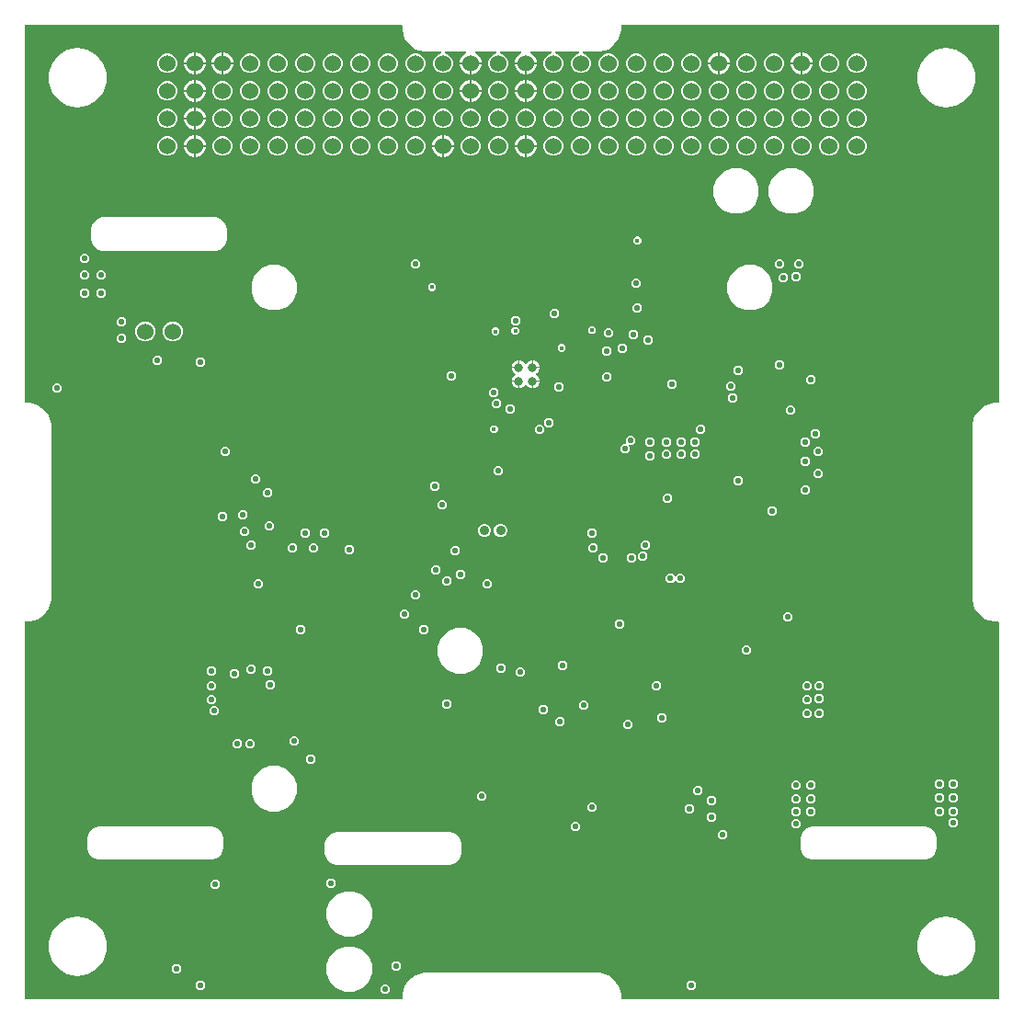
<source format=gbr>
G04 EAGLE Gerber RS-274X export*
G75*
%MOMM*%
%FSLAX34Y34*%
%LPD*%
%INCopper Layer 2*%
%IPPOS*%
%AMOC8*
5,1,8,0,0,1.08239X$1,22.5*%
G01*
G04 Define Apertures*
%ADD10C,1.524000*%
%ADD11C,0.808000*%
%ADD12C,0.550000*%
%ADD13C,0.400000*%
%ADD14C,0.900000*%
G36*
X-101803Y-449052D02*
X-102000Y-449078D01*
X-448000Y-449078D01*
X-448197Y-449052D01*
X-448355Y-449010D01*
X-448697Y-448812D01*
X-448812Y-448697D01*
X-449010Y-448355D01*
X-449052Y-448197D01*
X-449078Y-448000D01*
X-449078Y-102000D01*
X-449052Y-101803D01*
X-449010Y-101645D01*
X-448812Y-101303D01*
X-448697Y-101188D01*
X-448355Y-100990D01*
X-448197Y-100948D01*
X-448000Y-100922D01*
X-443370Y-100922D01*
X-436464Y-98678D01*
X-430590Y-94410D01*
X-426322Y-88536D01*
X-424078Y-81630D01*
X-424078Y81630D01*
X-426322Y88536D01*
X-430590Y94410D01*
X-436464Y98678D01*
X-443370Y100922D01*
X-448000Y100922D01*
X-448197Y100948D01*
X-448355Y100990D01*
X-448697Y101188D01*
X-448812Y101303D01*
X-449010Y101645D01*
X-449052Y101803D01*
X-449078Y102000D01*
X-449078Y448000D01*
X-449052Y448197D01*
X-449010Y448355D01*
X-448812Y448697D01*
X-448697Y448812D01*
X-448355Y449010D01*
X-448197Y449052D01*
X-448000Y449078D01*
X-102000Y449078D01*
X-101803Y449052D01*
X-101645Y449010D01*
X-101303Y448812D01*
X-101188Y448697D01*
X-100990Y448355D01*
X-100948Y448197D01*
X-100922Y448000D01*
X-100922Y443370D01*
X-98678Y436464D01*
X-94410Y430590D01*
X-88536Y426322D01*
X-81630Y424078D01*
X-65688Y424078D01*
X-65430Y424033D01*
X-65171Y423876D01*
X-64993Y423630D01*
X-64926Y423334D01*
X-64979Y423036D01*
X-65145Y422782D01*
X-65396Y422612D01*
X-68680Y421252D01*
X-71252Y418680D01*
X-72644Y415319D01*
X-72644Y411681D01*
X-71252Y408320D01*
X-68680Y405748D01*
X-65319Y404356D01*
X-61681Y404356D01*
X-58320Y405748D01*
X-55748Y408320D01*
X-54356Y411681D01*
X-54356Y415319D01*
X-55748Y418680D01*
X-58320Y421252D01*
X-61604Y422612D01*
X-61825Y422752D01*
X-62004Y422997D01*
X-62074Y423292D01*
X-62023Y423591D01*
X-61860Y423846D01*
X-61610Y424018D01*
X-61312Y424078D01*
X-42943Y424078D01*
X-42685Y424033D01*
X-42426Y423876D01*
X-42248Y423630D01*
X-42181Y423334D01*
X-42234Y423036D01*
X-42400Y422782D01*
X-42651Y422612D01*
X-43855Y422113D01*
X-46713Y419255D01*
X-48260Y415521D01*
X-48260Y414262D01*
X-27940Y414262D01*
X-27940Y415521D01*
X-29487Y419255D01*
X-32345Y422113D01*
X-33549Y422612D01*
X-33770Y422752D01*
X-33949Y422997D01*
X-34019Y423292D01*
X-33968Y423591D01*
X-33805Y423846D01*
X-33555Y424018D01*
X-33257Y424078D01*
X-14888Y424078D01*
X-14630Y424033D01*
X-14371Y423876D01*
X-14193Y423630D01*
X-14126Y423334D01*
X-14179Y423036D01*
X-14345Y422782D01*
X-14596Y422612D01*
X-17880Y421252D01*
X-20452Y418680D01*
X-21844Y415319D01*
X-21844Y411681D01*
X-20452Y408320D01*
X-17880Y405748D01*
X-14519Y404356D01*
X-10881Y404356D01*
X-7520Y405748D01*
X-4948Y408320D01*
X-3556Y411681D01*
X-3556Y415319D01*
X-4948Y418680D01*
X-7520Y421252D01*
X-10804Y422612D01*
X-11025Y422752D01*
X-11204Y422997D01*
X-11274Y423292D01*
X-11223Y423591D01*
X-11060Y423846D01*
X-10810Y424018D01*
X-10512Y424078D01*
X7857Y424078D01*
X8115Y424033D01*
X8374Y423876D01*
X8552Y423630D01*
X8619Y423334D01*
X8566Y423036D01*
X8400Y422782D01*
X8149Y422612D01*
X6945Y422113D01*
X4087Y419255D01*
X2540Y415521D01*
X2540Y414262D01*
X22860Y414262D01*
X22860Y415521D01*
X21313Y419255D01*
X18455Y422113D01*
X17251Y422612D01*
X17030Y422752D01*
X16851Y422997D01*
X16781Y423292D01*
X16832Y423591D01*
X16995Y423846D01*
X17245Y424018D01*
X17543Y424078D01*
X35912Y424078D01*
X36170Y424033D01*
X36429Y423876D01*
X36607Y423630D01*
X36674Y423334D01*
X36621Y423036D01*
X36455Y422782D01*
X36204Y422612D01*
X32920Y421252D01*
X30348Y418680D01*
X28956Y415319D01*
X28956Y411681D01*
X30348Y408320D01*
X32920Y405748D01*
X36281Y404356D01*
X39919Y404356D01*
X43280Y405748D01*
X45852Y408320D01*
X47244Y411681D01*
X47244Y415319D01*
X45852Y418680D01*
X43280Y421252D01*
X39996Y422612D01*
X39775Y422752D01*
X39596Y422997D01*
X39526Y423292D01*
X39577Y423591D01*
X39740Y423846D01*
X39991Y424018D01*
X40288Y424078D01*
X61312Y424078D01*
X61570Y424033D01*
X61829Y423876D01*
X62007Y423630D01*
X62074Y423334D01*
X62021Y423036D01*
X61855Y422782D01*
X61604Y422612D01*
X58320Y421252D01*
X55748Y418680D01*
X54356Y415319D01*
X54356Y411681D01*
X55748Y408320D01*
X58320Y405748D01*
X61681Y404356D01*
X65319Y404356D01*
X68680Y405748D01*
X71252Y408320D01*
X72644Y411681D01*
X72644Y415319D01*
X71252Y418680D01*
X68680Y421252D01*
X65396Y422612D01*
X65175Y422752D01*
X64996Y422997D01*
X64926Y423292D01*
X64977Y423591D01*
X65140Y423846D01*
X65391Y424018D01*
X65688Y424078D01*
X81630Y424078D01*
X88536Y426322D01*
X94410Y430590D01*
X98678Y436464D01*
X100922Y443370D01*
X100922Y448000D01*
X100948Y448197D01*
X100990Y448355D01*
X101188Y448697D01*
X101303Y448812D01*
X101645Y449010D01*
X101803Y449052D01*
X102000Y449078D01*
X448000Y449078D01*
X448197Y449052D01*
X448355Y449010D01*
X448697Y448812D01*
X448812Y448697D01*
X449010Y448355D01*
X449052Y448197D01*
X449078Y448000D01*
X449078Y102000D01*
X449052Y101803D01*
X449010Y101645D01*
X448812Y101303D01*
X448697Y101188D01*
X448355Y100990D01*
X448197Y100948D01*
X448000Y100922D01*
X443370Y100922D01*
X436464Y98678D01*
X430590Y94410D01*
X426322Y88536D01*
X424078Y81630D01*
X424078Y-81630D01*
X426322Y-88536D01*
X430590Y-94410D01*
X436464Y-98678D01*
X443370Y-100922D01*
X448000Y-100922D01*
X448197Y-100948D01*
X448355Y-100990D01*
X448697Y-101188D01*
X448812Y-101303D01*
X449010Y-101645D01*
X449052Y-101803D01*
X449078Y-102000D01*
X449078Y-448000D01*
X449052Y-448197D01*
X449010Y-448355D01*
X448812Y-448697D01*
X448697Y-448812D01*
X448355Y-449010D01*
X448197Y-449052D01*
X448000Y-449078D01*
X102000Y-449078D01*
X101803Y-449052D01*
X101645Y-449010D01*
X101303Y-448812D01*
X101188Y-448697D01*
X100990Y-448355D01*
X100948Y-448197D01*
X100922Y-448000D01*
X100922Y-443370D01*
X98678Y-436464D01*
X94410Y-430590D01*
X88536Y-426322D01*
X81630Y-424078D01*
X-81630Y-424078D01*
X-88536Y-426322D01*
X-94410Y-430590D01*
X-98678Y-436464D01*
X-100922Y-443370D01*
X-100922Y-448000D01*
X-100948Y-448197D01*
X-100990Y-448355D01*
X-101188Y-448697D01*
X-101303Y-448812D01*
X-101645Y-449010D01*
X-101803Y-449052D01*
G37*
%LPC*%
G36*
X390685Y374407D02*
X400000Y372764D01*
X409315Y374407D01*
X417507Y379136D01*
X423587Y386382D01*
X426822Y395271D01*
X426822Y404730D01*
X423587Y413618D01*
X417507Y420864D01*
X409315Y425593D01*
X400000Y427236D01*
X390685Y425593D01*
X382493Y420864D01*
X376413Y413618D01*
X373178Y404730D01*
X373178Y395271D01*
X376413Y386382D01*
X382493Y379136D01*
X390685Y374407D01*
G37*
G36*
X-409315Y374407D02*
X-400000Y372764D01*
X-390685Y374407D01*
X-382493Y379136D01*
X-376413Y386382D01*
X-373178Y395271D01*
X-373178Y404730D01*
X-376413Y413618D01*
X-382493Y420864D01*
X-390685Y425593D01*
X-400000Y427236D01*
X-409315Y425593D01*
X-417507Y420864D01*
X-423587Y413618D01*
X-426822Y404730D01*
X-426822Y395271D01*
X-423587Y386382D01*
X-417507Y379136D01*
X-409315Y374407D01*
G37*
G36*
X-302260Y414262D02*
X-292862Y414262D01*
X-292862Y423660D01*
X-294121Y423660D01*
X-297855Y422113D01*
X-300713Y419255D01*
X-302260Y415521D01*
X-302260Y414262D01*
G37*
G36*
X-291338Y414262D02*
X-281940Y414262D01*
X-281940Y415521D01*
X-283487Y419255D01*
X-286345Y422113D01*
X-290079Y423660D01*
X-291338Y423660D01*
X-291338Y414262D01*
G37*
G36*
X180340Y414262D02*
X189738Y414262D01*
X189738Y423660D01*
X188479Y423660D01*
X184745Y422113D01*
X181887Y419255D01*
X180340Y415521D01*
X180340Y414262D01*
G37*
G36*
X-276860Y414262D02*
X-267462Y414262D01*
X-267462Y423660D01*
X-268721Y423660D01*
X-272455Y422113D01*
X-275313Y419255D01*
X-276860Y415521D01*
X-276860Y414262D01*
G37*
G36*
X256540Y414262D02*
X265938Y414262D01*
X265938Y423660D01*
X264679Y423660D01*
X260945Y422113D01*
X258087Y419255D01*
X256540Y415521D01*
X256540Y414262D01*
G37*
G36*
X267462Y414262D02*
X276860Y414262D01*
X276860Y415521D01*
X275313Y419255D01*
X272455Y422113D01*
X268721Y423660D01*
X267462Y423660D01*
X267462Y414262D01*
G37*
G36*
X-265938Y414262D02*
X-256540Y414262D01*
X-256540Y415521D01*
X-258087Y419255D01*
X-260945Y422113D01*
X-264679Y423660D01*
X-265938Y423660D01*
X-265938Y414262D01*
G37*
G36*
X191262Y414262D02*
X200660Y414262D01*
X200660Y415521D01*
X199113Y419255D01*
X196255Y422113D01*
X192521Y423660D01*
X191262Y423660D01*
X191262Y414262D01*
G37*
G36*
X315681Y404356D02*
X319319Y404356D01*
X322680Y405748D01*
X325252Y408320D01*
X326644Y411681D01*
X326644Y415319D01*
X325252Y418680D01*
X322680Y421252D01*
X319319Y422644D01*
X315681Y422644D01*
X312320Y421252D01*
X309748Y418680D01*
X308356Y415319D01*
X308356Y411681D01*
X309748Y408320D01*
X312320Y405748D01*
X315681Y404356D01*
G37*
G36*
X-319319Y404356D02*
X-315681Y404356D01*
X-312320Y405748D01*
X-309748Y408320D01*
X-308356Y411681D01*
X-308356Y415319D01*
X-309748Y418680D01*
X-312320Y421252D01*
X-315681Y422644D01*
X-319319Y422644D01*
X-322680Y421252D01*
X-325252Y418680D01*
X-326644Y415319D01*
X-326644Y411681D01*
X-325252Y408320D01*
X-322680Y405748D01*
X-319319Y404356D01*
G37*
G36*
X137881Y404356D02*
X141519Y404356D01*
X144880Y405748D01*
X147452Y408320D01*
X148844Y411681D01*
X148844Y415319D01*
X147452Y418680D01*
X144880Y421252D01*
X141519Y422644D01*
X137881Y422644D01*
X134520Y421252D01*
X131948Y418680D01*
X130556Y415319D01*
X130556Y411681D01*
X131948Y408320D01*
X134520Y405748D01*
X137881Y404356D01*
G37*
G36*
X87081Y404356D02*
X90719Y404356D01*
X94080Y405748D01*
X96652Y408320D01*
X98044Y411681D01*
X98044Y415319D01*
X96652Y418680D01*
X94080Y421252D01*
X90719Y422644D01*
X87081Y422644D01*
X83720Y421252D01*
X81148Y418680D01*
X79756Y415319D01*
X79756Y411681D01*
X81148Y408320D01*
X83720Y405748D01*
X87081Y404356D01*
G37*
G36*
X290281Y404356D02*
X293919Y404356D01*
X297280Y405748D01*
X299852Y408320D01*
X301244Y411681D01*
X301244Y415319D01*
X299852Y418680D01*
X297280Y421252D01*
X293919Y422644D01*
X290281Y422644D01*
X286920Y421252D01*
X284348Y418680D01*
X282956Y415319D01*
X282956Y411681D01*
X284348Y408320D01*
X286920Y405748D01*
X290281Y404356D01*
G37*
G36*
X239481Y404356D02*
X243119Y404356D01*
X246480Y405748D01*
X249052Y408320D01*
X250444Y411681D01*
X250444Y415319D01*
X249052Y418680D01*
X246480Y421252D01*
X243119Y422644D01*
X239481Y422644D01*
X236120Y421252D01*
X233548Y418680D01*
X232156Y415319D01*
X232156Y411681D01*
X233548Y408320D01*
X236120Y405748D01*
X239481Y404356D01*
G37*
G36*
X214081Y404356D02*
X217719Y404356D01*
X221080Y405748D01*
X223652Y408320D01*
X225044Y411681D01*
X225044Y415319D01*
X223652Y418680D01*
X221080Y421252D01*
X217719Y422644D01*
X214081Y422644D01*
X210720Y421252D01*
X208148Y418680D01*
X206756Y415319D01*
X206756Y411681D01*
X208148Y408320D01*
X210720Y405748D01*
X214081Y404356D01*
G37*
G36*
X163281Y404356D02*
X166919Y404356D01*
X170280Y405748D01*
X172852Y408320D01*
X174244Y411681D01*
X174244Y415319D01*
X172852Y418680D01*
X170280Y421252D01*
X166919Y422644D01*
X163281Y422644D01*
X159920Y421252D01*
X157348Y418680D01*
X155956Y415319D01*
X155956Y411681D01*
X157348Y408320D01*
X159920Y405748D01*
X163281Y404356D01*
G37*
G36*
X-90719Y404356D02*
X-87081Y404356D01*
X-83720Y405748D01*
X-81148Y408320D01*
X-79756Y411681D01*
X-79756Y415319D01*
X-81148Y418680D01*
X-83720Y421252D01*
X-87081Y422644D01*
X-90719Y422644D01*
X-94080Y421252D01*
X-96652Y418680D01*
X-98044Y415319D01*
X-98044Y411681D01*
X-96652Y408320D01*
X-94080Y405748D01*
X-90719Y404356D01*
G37*
G36*
X-116119Y404356D02*
X-112481Y404356D01*
X-109120Y405748D01*
X-106548Y408320D01*
X-105156Y411681D01*
X-105156Y415319D01*
X-106548Y418680D01*
X-109120Y421252D01*
X-112481Y422644D01*
X-116119Y422644D01*
X-119480Y421252D01*
X-122052Y418680D01*
X-123444Y415319D01*
X-123444Y411681D01*
X-122052Y408320D01*
X-119480Y405748D01*
X-116119Y404356D01*
G37*
G36*
X-141519Y404356D02*
X-137881Y404356D01*
X-134520Y405748D01*
X-131948Y408320D01*
X-130556Y411681D01*
X-130556Y415319D01*
X-131948Y418680D01*
X-134520Y421252D01*
X-137881Y422644D01*
X-141519Y422644D01*
X-144880Y421252D01*
X-147452Y418680D01*
X-148844Y415319D01*
X-148844Y411681D01*
X-147452Y408320D01*
X-144880Y405748D01*
X-141519Y404356D01*
G37*
G36*
X-166919Y404356D02*
X-163281Y404356D01*
X-159920Y405748D01*
X-157348Y408320D01*
X-155956Y411681D01*
X-155956Y415319D01*
X-157348Y418680D01*
X-159920Y421252D01*
X-163281Y422644D01*
X-166919Y422644D01*
X-170280Y421252D01*
X-172852Y418680D01*
X-174244Y415319D01*
X-174244Y411681D01*
X-172852Y408320D01*
X-170280Y405748D01*
X-166919Y404356D01*
G37*
G36*
X-192319Y404356D02*
X-188681Y404356D01*
X-185320Y405748D01*
X-182748Y408320D01*
X-181356Y411681D01*
X-181356Y415319D01*
X-182748Y418680D01*
X-185320Y421252D01*
X-188681Y422644D01*
X-192319Y422644D01*
X-195680Y421252D01*
X-198252Y418680D01*
X-199644Y415319D01*
X-199644Y411681D01*
X-198252Y408320D01*
X-195680Y405748D01*
X-192319Y404356D01*
G37*
G36*
X-217719Y404356D02*
X-214081Y404356D01*
X-210720Y405748D01*
X-208148Y408320D01*
X-206756Y411681D01*
X-206756Y415319D01*
X-208148Y418680D01*
X-210720Y421252D01*
X-214081Y422644D01*
X-217719Y422644D01*
X-221080Y421252D01*
X-223652Y418680D01*
X-225044Y415319D01*
X-225044Y411681D01*
X-223652Y408320D01*
X-221080Y405748D01*
X-217719Y404356D01*
G37*
G36*
X-243119Y404356D02*
X-239481Y404356D01*
X-236120Y405748D01*
X-233548Y408320D01*
X-232156Y411681D01*
X-232156Y415319D01*
X-233548Y418680D01*
X-236120Y421252D01*
X-239481Y422644D01*
X-243119Y422644D01*
X-246480Y421252D01*
X-249052Y418680D01*
X-250444Y415319D01*
X-250444Y411681D01*
X-249052Y408320D01*
X-246480Y405748D01*
X-243119Y404356D01*
G37*
G36*
X112481Y404356D02*
X116119Y404356D01*
X119480Y405748D01*
X122052Y408320D01*
X123444Y411681D01*
X123444Y415319D01*
X122052Y418680D01*
X119480Y421252D01*
X116119Y422644D01*
X112481Y422644D01*
X109120Y421252D01*
X106548Y418680D01*
X105156Y415319D01*
X105156Y411681D01*
X106548Y408320D01*
X109120Y405748D01*
X112481Y404356D01*
G37*
G36*
X-40121Y403340D02*
X-38862Y403340D01*
X-38862Y412738D01*
X-48260Y412738D01*
X-48260Y411479D01*
X-46713Y407745D01*
X-43855Y404887D01*
X-40121Y403340D01*
G37*
G36*
X267462Y403340D02*
X268721Y403340D01*
X272455Y404887D01*
X275313Y407745D01*
X276860Y411479D01*
X276860Y412738D01*
X267462Y412738D01*
X267462Y403340D01*
G37*
G36*
X264679Y403340D02*
X265938Y403340D01*
X265938Y412738D01*
X256540Y412738D01*
X256540Y411479D01*
X258087Y407745D01*
X260945Y404887D01*
X264679Y403340D01*
G37*
G36*
X191262Y403340D02*
X192521Y403340D01*
X196255Y404887D01*
X199113Y407745D01*
X200660Y411479D01*
X200660Y412738D01*
X191262Y412738D01*
X191262Y403340D01*
G37*
G36*
X188479Y403340D02*
X189738Y403340D01*
X189738Y412738D01*
X180340Y412738D01*
X180340Y411479D01*
X181887Y407745D01*
X184745Y404887D01*
X188479Y403340D01*
G37*
G36*
X13462Y403340D02*
X14721Y403340D01*
X18455Y404887D01*
X21313Y407745D01*
X22860Y411479D01*
X22860Y412738D01*
X13462Y412738D01*
X13462Y403340D01*
G37*
G36*
X10679Y403340D02*
X11938Y403340D01*
X11938Y412738D01*
X2540Y412738D01*
X2540Y411479D01*
X4087Y407745D01*
X6945Y404887D01*
X10679Y403340D01*
G37*
G36*
X-37338Y403340D02*
X-36079Y403340D01*
X-32345Y404887D01*
X-29487Y407745D01*
X-27940Y411479D01*
X-27940Y412738D01*
X-37338Y412738D01*
X-37338Y403340D01*
G37*
G36*
X-265938Y403340D02*
X-264679Y403340D01*
X-260945Y404887D01*
X-258087Y407745D01*
X-256540Y411479D01*
X-256540Y412738D01*
X-265938Y412738D01*
X-265938Y403340D01*
G37*
G36*
X-268721Y403340D02*
X-267462Y403340D01*
X-267462Y412738D01*
X-276860Y412738D01*
X-276860Y411479D01*
X-275313Y407745D01*
X-272455Y404887D01*
X-268721Y403340D01*
G37*
G36*
X-291338Y403340D02*
X-290079Y403340D01*
X-286345Y404887D01*
X-283487Y407745D01*
X-281940Y411479D01*
X-281940Y412738D01*
X-291338Y412738D01*
X-291338Y403340D01*
G37*
G36*
X-294121Y403340D02*
X-292862Y403340D01*
X-292862Y412738D01*
X-302260Y412738D01*
X-302260Y411479D01*
X-300713Y407745D01*
X-297855Y404887D01*
X-294121Y403340D01*
G37*
G36*
X13462Y388862D02*
X22860Y388862D01*
X22860Y390121D01*
X21313Y393855D01*
X18455Y396713D01*
X14721Y398260D01*
X13462Y398260D01*
X13462Y388862D01*
G37*
G36*
X2540Y388862D02*
X11938Y388862D01*
X11938Y398260D01*
X10679Y398260D01*
X6945Y396713D01*
X4087Y393855D01*
X2540Y390121D01*
X2540Y388862D01*
G37*
G36*
X-48260Y388862D02*
X-38862Y388862D01*
X-38862Y398260D01*
X-40121Y398260D01*
X-43855Y396713D01*
X-46713Y393855D01*
X-48260Y390121D01*
X-48260Y388862D01*
G37*
G36*
X-302260Y388862D02*
X-292862Y388862D01*
X-292862Y398260D01*
X-294121Y398260D01*
X-297855Y396713D01*
X-300713Y393855D01*
X-302260Y390121D01*
X-302260Y388862D01*
G37*
G36*
X-291338Y388862D02*
X-281940Y388862D01*
X-281940Y390121D01*
X-283487Y393855D01*
X-286345Y396713D01*
X-290079Y398260D01*
X-291338Y398260D01*
X-291338Y388862D01*
G37*
G36*
X-37338Y388862D02*
X-27940Y388862D01*
X-27940Y390121D01*
X-29487Y393855D01*
X-32345Y396713D01*
X-36079Y398260D01*
X-37338Y398260D01*
X-37338Y388862D01*
G37*
G36*
X112481Y378956D02*
X116119Y378956D01*
X119480Y380348D01*
X122052Y382920D01*
X123444Y386281D01*
X123444Y389919D01*
X122052Y393280D01*
X119480Y395852D01*
X116119Y397244D01*
X112481Y397244D01*
X109120Y395852D01*
X106548Y393280D01*
X105156Y389919D01*
X105156Y386281D01*
X106548Y382920D01*
X109120Y380348D01*
X112481Y378956D01*
G37*
G36*
X87081Y378956D02*
X90719Y378956D01*
X94080Y380348D01*
X96652Y382920D01*
X98044Y386281D01*
X98044Y389919D01*
X96652Y393280D01*
X94080Y395852D01*
X90719Y397244D01*
X87081Y397244D01*
X83720Y395852D01*
X81148Y393280D01*
X79756Y389919D01*
X79756Y386281D01*
X81148Y382920D01*
X83720Y380348D01*
X87081Y378956D01*
G37*
G36*
X61681Y378956D02*
X65319Y378956D01*
X68680Y380348D01*
X71252Y382920D01*
X72644Y386281D01*
X72644Y389919D01*
X71252Y393280D01*
X68680Y395852D01*
X65319Y397244D01*
X61681Y397244D01*
X58320Y395852D01*
X55748Y393280D01*
X54356Y389919D01*
X54356Y386281D01*
X55748Y382920D01*
X58320Y380348D01*
X61681Y378956D01*
G37*
G36*
X36281Y378956D02*
X39919Y378956D01*
X43280Y380348D01*
X45852Y382920D01*
X47244Y386281D01*
X47244Y389919D01*
X45852Y393280D01*
X43280Y395852D01*
X39919Y397244D01*
X36281Y397244D01*
X32920Y395852D01*
X30348Y393280D01*
X28956Y389919D01*
X28956Y386281D01*
X30348Y382920D01*
X32920Y380348D01*
X36281Y378956D01*
G37*
G36*
X-14519Y378956D02*
X-10881Y378956D01*
X-7520Y380348D01*
X-4948Y382920D01*
X-3556Y386281D01*
X-3556Y389919D01*
X-4948Y393280D01*
X-7520Y395852D01*
X-10881Y397244D01*
X-14519Y397244D01*
X-17880Y395852D01*
X-20452Y393280D01*
X-21844Y389919D01*
X-21844Y386281D01*
X-20452Y382920D01*
X-17880Y380348D01*
X-14519Y378956D01*
G37*
G36*
X-65319Y378956D02*
X-61681Y378956D01*
X-58320Y380348D01*
X-55748Y382920D01*
X-54356Y386281D01*
X-54356Y389919D01*
X-55748Y393280D01*
X-58320Y395852D01*
X-61681Y397244D01*
X-65319Y397244D01*
X-68680Y395852D01*
X-71252Y393280D01*
X-72644Y389919D01*
X-72644Y386281D01*
X-71252Y382920D01*
X-68680Y380348D01*
X-65319Y378956D01*
G37*
G36*
X-90719Y378956D02*
X-87081Y378956D01*
X-83720Y380348D01*
X-81148Y382920D01*
X-79756Y386281D01*
X-79756Y389919D01*
X-81148Y393280D01*
X-83720Y395852D01*
X-87081Y397244D01*
X-90719Y397244D01*
X-94080Y395852D01*
X-96652Y393280D01*
X-98044Y389919D01*
X-98044Y386281D01*
X-96652Y382920D01*
X-94080Y380348D01*
X-90719Y378956D01*
G37*
G36*
X-116119Y378956D02*
X-112481Y378956D01*
X-109120Y380348D01*
X-106548Y382920D01*
X-105156Y386281D01*
X-105156Y389919D01*
X-106548Y393280D01*
X-109120Y395852D01*
X-112481Y397244D01*
X-116119Y397244D01*
X-119480Y395852D01*
X-122052Y393280D01*
X-123444Y389919D01*
X-123444Y386281D01*
X-122052Y382920D01*
X-119480Y380348D01*
X-116119Y378956D01*
G37*
G36*
X-141519Y378956D02*
X-137881Y378956D01*
X-134520Y380348D01*
X-131948Y382920D01*
X-130556Y386281D01*
X-130556Y389919D01*
X-131948Y393280D01*
X-134520Y395852D01*
X-137881Y397244D01*
X-141519Y397244D01*
X-144880Y395852D01*
X-147452Y393280D01*
X-148844Y389919D01*
X-148844Y386281D01*
X-147452Y382920D01*
X-144880Y380348D01*
X-141519Y378956D01*
G37*
G36*
X-166919Y378956D02*
X-163281Y378956D01*
X-159920Y380348D01*
X-157348Y382920D01*
X-155956Y386281D01*
X-155956Y389919D01*
X-157348Y393280D01*
X-159920Y395852D01*
X-163281Y397244D01*
X-166919Y397244D01*
X-170280Y395852D01*
X-172852Y393280D01*
X-174244Y389919D01*
X-174244Y386281D01*
X-172852Y382920D01*
X-170280Y380348D01*
X-166919Y378956D01*
G37*
G36*
X-192319Y378956D02*
X-188681Y378956D01*
X-185320Y380348D01*
X-182748Y382920D01*
X-181356Y386281D01*
X-181356Y389919D01*
X-182748Y393280D01*
X-185320Y395852D01*
X-188681Y397244D01*
X-192319Y397244D01*
X-195680Y395852D01*
X-198252Y393280D01*
X-199644Y389919D01*
X-199644Y386281D01*
X-198252Y382920D01*
X-195680Y380348D01*
X-192319Y378956D01*
G37*
G36*
X-217719Y378956D02*
X-214081Y378956D01*
X-210720Y380348D01*
X-208148Y382920D01*
X-206756Y386281D01*
X-206756Y389919D01*
X-208148Y393280D01*
X-210720Y395852D01*
X-214081Y397244D01*
X-217719Y397244D01*
X-221080Y395852D01*
X-223652Y393280D01*
X-225044Y389919D01*
X-225044Y386281D01*
X-223652Y382920D01*
X-221080Y380348D01*
X-217719Y378956D01*
G37*
G36*
X-243119Y378956D02*
X-239481Y378956D01*
X-236120Y380348D01*
X-233548Y382920D01*
X-232156Y386281D01*
X-232156Y389919D01*
X-233548Y393280D01*
X-236120Y395852D01*
X-239481Y397244D01*
X-243119Y397244D01*
X-246480Y395852D01*
X-249052Y393280D01*
X-250444Y389919D01*
X-250444Y386281D01*
X-249052Y382920D01*
X-246480Y380348D01*
X-243119Y378956D01*
G37*
G36*
X-268519Y378956D02*
X-264881Y378956D01*
X-261520Y380348D01*
X-258948Y382920D01*
X-257556Y386281D01*
X-257556Y389919D01*
X-258948Y393280D01*
X-261520Y395852D01*
X-264881Y397244D01*
X-268519Y397244D01*
X-271880Y395852D01*
X-274452Y393280D01*
X-275844Y389919D01*
X-275844Y386281D01*
X-274452Y382920D01*
X-271880Y380348D01*
X-268519Y378956D01*
G37*
G36*
X-319319Y378956D02*
X-315681Y378956D01*
X-312320Y380348D01*
X-309748Y382920D01*
X-308356Y386281D01*
X-308356Y389919D01*
X-309748Y393280D01*
X-312320Y395852D01*
X-315681Y397244D01*
X-319319Y397244D01*
X-322680Y395852D01*
X-325252Y393280D01*
X-326644Y389919D01*
X-326644Y386281D01*
X-325252Y382920D01*
X-322680Y380348D01*
X-319319Y378956D01*
G37*
G36*
X188681Y378956D02*
X192319Y378956D01*
X195680Y380348D01*
X198252Y382920D01*
X199644Y386281D01*
X199644Y389919D01*
X198252Y393280D01*
X195680Y395852D01*
X192319Y397244D01*
X188681Y397244D01*
X185320Y395852D01*
X182748Y393280D01*
X181356Y389919D01*
X181356Y386281D01*
X182748Y382920D01*
X185320Y380348D01*
X188681Y378956D01*
G37*
G36*
X239481Y378956D02*
X243119Y378956D01*
X246480Y380348D01*
X249052Y382920D01*
X250444Y386281D01*
X250444Y389919D01*
X249052Y393280D01*
X246480Y395852D01*
X243119Y397244D01*
X239481Y397244D01*
X236120Y395852D01*
X233548Y393280D01*
X232156Y389919D01*
X232156Y386281D01*
X233548Y382920D01*
X236120Y380348D01*
X239481Y378956D01*
G37*
G36*
X315681Y378956D02*
X319319Y378956D01*
X322680Y380348D01*
X325252Y382920D01*
X326644Y386281D01*
X326644Y389919D01*
X325252Y393280D01*
X322680Y395852D01*
X319319Y397244D01*
X315681Y397244D01*
X312320Y395852D01*
X309748Y393280D01*
X308356Y389919D01*
X308356Y386281D01*
X309748Y382920D01*
X312320Y380348D01*
X315681Y378956D01*
G37*
G36*
X290281Y378956D02*
X293919Y378956D01*
X297280Y380348D01*
X299852Y382920D01*
X301244Y386281D01*
X301244Y389919D01*
X299852Y393280D01*
X297280Y395852D01*
X293919Y397244D01*
X290281Y397244D01*
X286920Y395852D01*
X284348Y393280D01*
X282956Y389919D01*
X282956Y386281D01*
X284348Y382920D01*
X286920Y380348D01*
X290281Y378956D01*
G37*
G36*
X264881Y378956D02*
X268519Y378956D01*
X271880Y380348D01*
X274452Y382920D01*
X275844Y386281D01*
X275844Y389919D01*
X274452Y393280D01*
X271880Y395852D01*
X268519Y397244D01*
X264881Y397244D01*
X261520Y395852D01*
X258948Y393280D01*
X257556Y389919D01*
X257556Y386281D01*
X258948Y382920D01*
X261520Y380348D01*
X264881Y378956D01*
G37*
G36*
X214081Y378956D02*
X217719Y378956D01*
X221080Y380348D01*
X223652Y382920D01*
X225044Y386281D01*
X225044Y389919D01*
X223652Y393280D01*
X221080Y395852D01*
X217719Y397244D01*
X214081Y397244D01*
X210720Y395852D01*
X208148Y393280D01*
X206756Y389919D01*
X206756Y386281D01*
X208148Y382920D01*
X210720Y380348D01*
X214081Y378956D01*
G37*
G36*
X163281Y378956D02*
X166919Y378956D01*
X170280Y380348D01*
X172852Y382920D01*
X174244Y386281D01*
X174244Y389919D01*
X172852Y393280D01*
X170280Y395852D01*
X166919Y397244D01*
X163281Y397244D01*
X159920Y395852D01*
X157348Y393280D01*
X155956Y389919D01*
X155956Y386281D01*
X157348Y382920D01*
X159920Y380348D01*
X163281Y378956D01*
G37*
G36*
X137881Y378956D02*
X141519Y378956D01*
X144880Y380348D01*
X147452Y382920D01*
X148844Y386281D01*
X148844Y389919D01*
X147452Y393280D01*
X144880Y395852D01*
X141519Y397244D01*
X137881Y397244D01*
X134520Y395852D01*
X131948Y393280D01*
X130556Y389919D01*
X130556Y386281D01*
X131948Y382920D01*
X134520Y380348D01*
X137881Y378956D01*
G37*
G36*
X13462Y377940D02*
X14721Y377940D01*
X18455Y379487D01*
X21313Y382345D01*
X22860Y386079D01*
X22860Y387338D01*
X13462Y387338D01*
X13462Y377940D01*
G37*
G36*
X10679Y377940D02*
X11938Y377940D01*
X11938Y387338D01*
X2540Y387338D01*
X2540Y386079D01*
X4087Y382345D01*
X6945Y379487D01*
X10679Y377940D01*
G37*
G36*
X-37338Y377940D02*
X-36079Y377940D01*
X-32345Y379487D01*
X-29487Y382345D01*
X-27940Y386079D01*
X-27940Y387338D01*
X-37338Y387338D01*
X-37338Y377940D01*
G37*
G36*
X-40121Y377940D02*
X-38862Y377940D01*
X-38862Y387338D01*
X-48260Y387338D01*
X-48260Y386079D01*
X-46713Y382345D01*
X-43855Y379487D01*
X-40121Y377940D01*
G37*
G36*
X-291338Y377940D02*
X-290079Y377940D01*
X-286345Y379487D01*
X-283487Y382345D01*
X-281940Y386079D01*
X-281940Y387338D01*
X-291338Y387338D01*
X-291338Y377940D01*
G37*
G36*
X-294121Y377940D02*
X-292862Y377940D01*
X-292862Y387338D01*
X-302260Y387338D01*
X-302260Y386079D01*
X-300713Y382345D01*
X-297855Y379487D01*
X-294121Y377940D01*
G37*
G36*
X-291338Y363462D02*
X-281940Y363462D01*
X-281940Y364721D01*
X-283487Y368455D01*
X-286345Y371313D01*
X-290079Y372860D01*
X-291338Y372860D01*
X-291338Y363462D01*
G37*
G36*
X-302260Y363462D02*
X-292862Y363462D01*
X-292862Y372860D01*
X-294121Y372860D01*
X-297855Y371313D01*
X-300713Y368455D01*
X-302260Y364721D01*
X-302260Y363462D01*
G37*
G36*
X315681Y353556D02*
X319319Y353556D01*
X322680Y354948D01*
X325252Y357520D01*
X326644Y360881D01*
X326644Y364519D01*
X325252Y367880D01*
X322680Y370452D01*
X319319Y371844D01*
X315681Y371844D01*
X312320Y370452D01*
X309748Y367880D01*
X308356Y364519D01*
X308356Y360881D01*
X309748Y357520D01*
X312320Y354948D01*
X315681Y353556D01*
G37*
G36*
X163281Y353556D02*
X166919Y353556D01*
X170280Y354948D01*
X172852Y357520D01*
X174244Y360881D01*
X174244Y364519D01*
X172852Y367880D01*
X170280Y370452D01*
X166919Y371844D01*
X163281Y371844D01*
X159920Y370452D01*
X157348Y367880D01*
X155956Y364519D01*
X155956Y360881D01*
X157348Y357520D01*
X159920Y354948D01*
X163281Y353556D01*
G37*
G36*
X137881Y353556D02*
X141519Y353556D01*
X144880Y354948D01*
X147452Y357520D01*
X148844Y360881D01*
X148844Y364519D01*
X147452Y367880D01*
X144880Y370452D01*
X141519Y371844D01*
X137881Y371844D01*
X134520Y370452D01*
X131948Y367880D01*
X130556Y364519D01*
X130556Y360881D01*
X131948Y357520D01*
X134520Y354948D01*
X137881Y353556D01*
G37*
G36*
X112481Y353556D02*
X116119Y353556D01*
X119480Y354948D01*
X122052Y357520D01*
X123444Y360881D01*
X123444Y364519D01*
X122052Y367880D01*
X119480Y370452D01*
X116119Y371844D01*
X112481Y371844D01*
X109120Y370452D01*
X106548Y367880D01*
X105156Y364519D01*
X105156Y360881D01*
X106548Y357520D01*
X109120Y354948D01*
X112481Y353556D01*
G37*
G36*
X87081Y353556D02*
X90719Y353556D01*
X94080Y354948D01*
X96652Y357520D01*
X98044Y360881D01*
X98044Y364519D01*
X96652Y367880D01*
X94080Y370452D01*
X90719Y371844D01*
X87081Y371844D01*
X83720Y370452D01*
X81148Y367880D01*
X79756Y364519D01*
X79756Y360881D01*
X81148Y357520D01*
X83720Y354948D01*
X87081Y353556D01*
G37*
G36*
X61681Y353556D02*
X65319Y353556D01*
X68680Y354948D01*
X71252Y357520D01*
X72644Y360881D01*
X72644Y364519D01*
X71252Y367880D01*
X68680Y370452D01*
X65319Y371844D01*
X61681Y371844D01*
X58320Y370452D01*
X55748Y367880D01*
X54356Y364519D01*
X54356Y360881D01*
X55748Y357520D01*
X58320Y354948D01*
X61681Y353556D01*
G37*
G36*
X36281Y353556D02*
X39919Y353556D01*
X43280Y354948D01*
X45852Y357520D01*
X47244Y360881D01*
X47244Y364519D01*
X45852Y367880D01*
X43280Y370452D01*
X39919Y371844D01*
X36281Y371844D01*
X32920Y370452D01*
X30348Y367880D01*
X28956Y364519D01*
X28956Y360881D01*
X30348Y357520D01*
X32920Y354948D01*
X36281Y353556D01*
G37*
G36*
X10881Y353556D02*
X14519Y353556D01*
X17880Y354948D01*
X20452Y357520D01*
X21844Y360881D01*
X21844Y364519D01*
X20452Y367880D01*
X17880Y370452D01*
X14519Y371844D01*
X10881Y371844D01*
X7520Y370452D01*
X4948Y367880D01*
X3556Y364519D01*
X3556Y360881D01*
X4948Y357520D01*
X7520Y354948D01*
X10881Y353556D01*
G37*
G36*
X-141519Y353556D02*
X-137881Y353556D01*
X-134520Y354948D01*
X-131948Y357520D01*
X-130556Y360881D01*
X-130556Y364519D01*
X-131948Y367880D01*
X-134520Y370452D01*
X-137881Y371844D01*
X-141519Y371844D01*
X-144880Y370452D01*
X-147452Y367880D01*
X-148844Y364519D01*
X-148844Y360881D01*
X-147452Y357520D01*
X-144880Y354948D01*
X-141519Y353556D01*
G37*
G36*
X-39919Y353556D02*
X-36281Y353556D01*
X-32920Y354948D01*
X-30348Y357520D01*
X-28956Y360881D01*
X-28956Y364519D01*
X-30348Y367880D01*
X-32920Y370452D01*
X-36281Y371844D01*
X-39919Y371844D01*
X-43280Y370452D01*
X-45852Y367880D01*
X-47244Y364519D01*
X-47244Y360881D01*
X-45852Y357520D01*
X-43280Y354948D01*
X-39919Y353556D01*
G37*
G36*
X-319319Y353556D02*
X-315681Y353556D01*
X-312320Y354948D01*
X-309748Y357520D01*
X-308356Y360881D01*
X-308356Y364519D01*
X-309748Y367880D01*
X-312320Y370452D01*
X-315681Y371844D01*
X-319319Y371844D01*
X-322680Y370452D01*
X-325252Y367880D01*
X-326644Y364519D01*
X-326644Y360881D01*
X-325252Y357520D01*
X-322680Y354948D01*
X-319319Y353556D01*
G37*
G36*
X-90719Y353556D02*
X-87081Y353556D01*
X-83720Y354948D01*
X-81148Y357520D01*
X-79756Y360881D01*
X-79756Y364519D01*
X-81148Y367880D01*
X-83720Y370452D01*
X-87081Y371844D01*
X-90719Y371844D01*
X-94080Y370452D01*
X-96652Y367880D01*
X-98044Y364519D01*
X-98044Y360881D01*
X-96652Y357520D01*
X-94080Y354948D01*
X-90719Y353556D01*
G37*
G36*
X-116119Y353556D02*
X-112481Y353556D01*
X-109120Y354948D01*
X-106548Y357520D01*
X-105156Y360881D01*
X-105156Y364519D01*
X-106548Y367880D01*
X-109120Y370452D01*
X-112481Y371844D01*
X-116119Y371844D01*
X-119480Y370452D01*
X-122052Y367880D01*
X-123444Y364519D01*
X-123444Y360881D01*
X-122052Y357520D01*
X-119480Y354948D01*
X-116119Y353556D01*
G37*
G36*
X-166919Y353556D02*
X-163281Y353556D01*
X-159920Y354948D01*
X-157348Y357520D01*
X-155956Y360881D01*
X-155956Y364519D01*
X-157348Y367880D01*
X-159920Y370452D01*
X-163281Y371844D01*
X-166919Y371844D01*
X-170280Y370452D01*
X-172852Y367880D01*
X-174244Y364519D01*
X-174244Y360881D01*
X-172852Y357520D01*
X-170280Y354948D01*
X-166919Y353556D01*
G37*
G36*
X-192319Y353556D02*
X-188681Y353556D01*
X-185320Y354948D01*
X-182748Y357520D01*
X-181356Y360881D01*
X-181356Y364519D01*
X-182748Y367880D01*
X-185320Y370452D01*
X-188681Y371844D01*
X-192319Y371844D01*
X-195680Y370452D01*
X-198252Y367880D01*
X-199644Y364519D01*
X-199644Y360881D01*
X-198252Y357520D01*
X-195680Y354948D01*
X-192319Y353556D01*
G37*
G36*
X-217719Y353556D02*
X-214081Y353556D01*
X-210720Y354948D01*
X-208148Y357520D01*
X-206756Y360881D01*
X-206756Y364519D01*
X-208148Y367880D01*
X-210720Y370452D01*
X-214081Y371844D01*
X-217719Y371844D01*
X-221080Y370452D01*
X-223652Y367880D01*
X-225044Y364519D01*
X-225044Y360881D01*
X-223652Y357520D01*
X-221080Y354948D01*
X-217719Y353556D01*
G37*
G36*
X-243119Y353556D02*
X-239481Y353556D01*
X-236120Y354948D01*
X-233548Y357520D01*
X-232156Y360881D01*
X-232156Y364519D01*
X-233548Y367880D01*
X-236120Y370452D01*
X-239481Y371844D01*
X-243119Y371844D01*
X-246480Y370452D01*
X-249052Y367880D01*
X-250444Y364519D01*
X-250444Y360881D01*
X-249052Y357520D01*
X-246480Y354948D01*
X-243119Y353556D01*
G37*
G36*
X-268519Y353556D02*
X-264881Y353556D01*
X-261520Y354948D01*
X-258948Y357520D01*
X-257556Y360881D01*
X-257556Y364519D01*
X-258948Y367880D01*
X-261520Y370452D01*
X-264881Y371844D01*
X-268519Y371844D01*
X-271880Y370452D01*
X-274452Y367880D01*
X-275844Y364519D01*
X-275844Y360881D01*
X-274452Y357520D01*
X-271880Y354948D01*
X-268519Y353556D01*
G37*
G36*
X-14519Y353556D02*
X-10881Y353556D01*
X-7520Y354948D01*
X-4948Y357520D01*
X-3556Y360881D01*
X-3556Y364519D01*
X-4948Y367880D01*
X-7520Y370452D01*
X-10881Y371844D01*
X-14519Y371844D01*
X-17880Y370452D01*
X-20452Y367880D01*
X-21844Y364519D01*
X-21844Y360881D01*
X-20452Y357520D01*
X-17880Y354948D01*
X-14519Y353556D01*
G37*
G36*
X-65319Y353556D02*
X-61681Y353556D01*
X-58320Y354948D01*
X-55748Y357520D01*
X-54356Y360881D01*
X-54356Y364519D01*
X-55748Y367880D01*
X-58320Y370452D01*
X-61681Y371844D01*
X-65319Y371844D01*
X-68680Y370452D01*
X-71252Y367880D01*
X-72644Y364519D01*
X-72644Y360881D01*
X-71252Y357520D01*
X-68680Y354948D01*
X-65319Y353556D01*
G37*
G36*
X290281Y353556D02*
X293919Y353556D01*
X297280Y354948D01*
X299852Y357520D01*
X301244Y360881D01*
X301244Y364519D01*
X299852Y367880D01*
X297280Y370452D01*
X293919Y371844D01*
X290281Y371844D01*
X286920Y370452D01*
X284348Y367880D01*
X282956Y364519D01*
X282956Y360881D01*
X284348Y357520D01*
X286920Y354948D01*
X290281Y353556D01*
G37*
G36*
X264881Y353556D02*
X268519Y353556D01*
X271880Y354948D01*
X274452Y357520D01*
X275844Y360881D01*
X275844Y364519D01*
X274452Y367880D01*
X271880Y370452D01*
X268519Y371844D01*
X264881Y371844D01*
X261520Y370452D01*
X258948Y367880D01*
X257556Y364519D01*
X257556Y360881D01*
X258948Y357520D01*
X261520Y354948D01*
X264881Y353556D01*
G37*
G36*
X239481Y353556D02*
X243119Y353556D01*
X246480Y354948D01*
X249052Y357520D01*
X250444Y360881D01*
X250444Y364519D01*
X249052Y367880D01*
X246480Y370452D01*
X243119Y371844D01*
X239481Y371844D01*
X236120Y370452D01*
X233548Y367880D01*
X232156Y364519D01*
X232156Y360881D01*
X233548Y357520D01*
X236120Y354948D01*
X239481Y353556D01*
G37*
G36*
X214081Y353556D02*
X217719Y353556D01*
X221080Y354948D01*
X223652Y357520D01*
X225044Y360881D01*
X225044Y364519D01*
X223652Y367880D01*
X221080Y370452D01*
X217719Y371844D01*
X214081Y371844D01*
X210720Y370452D01*
X208148Y367880D01*
X206756Y364519D01*
X206756Y360881D01*
X208148Y357520D01*
X210720Y354948D01*
X214081Y353556D01*
G37*
G36*
X188681Y353556D02*
X192319Y353556D01*
X195680Y354948D01*
X198252Y357520D01*
X199644Y360881D01*
X199644Y364519D01*
X198252Y367880D01*
X195680Y370452D01*
X192319Y371844D01*
X188681Y371844D01*
X185320Y370452D01*
X182748Y367880D01*
X181356Y364519D01*
X181356Y360881D01*
X182748Y357520D01*
X185320Y354948D01*
X188681Y353556D01*
G37*
G36*
X-291338Y352540D02*
X-290079Y352540D01*
X-286345Y354087D01*
X-283487Y356945D01*
X-281940Y360679D01*
X-281940Y361938D01*
X-291338Y361938D01*
X-291338Y352540D01*
G37*
G36*
X-294121Y352540D02*
X-292862Y352540D01*
X-292862Y361938D01*
X-302260Y361938D01*
X-302260Y360679D01*
X-300713Y356945D01*
X-297855Y354087D01*
X-294121Y352540D01*
G37*
G36*
X13462Y338062D02*
X22860Y338062D01*
X22860Y339321D01*
X21313Y343055D01*
X18455Y345913D01*
X14721Y347460D01*
X13462Y347460D01*
X13462Y338062D01*
G37*
G36*
X-302260Y338062D02*
X-292862Y338062D01*
X-292862Y347460D01*
X-294121Y347460D01*
X-297855Y345913D01*
X-300713Y343055D01*
X-302260Y339321D01*
X-302260Y338062D01*
G37*
G36*
X2540Y338062D02*
X11938Y338062D01*
X11938Y347460D01*
X10679Y347460D01*
X6945Y345913D01*
X4087Y343055D01*
X2540Y339321D01*
X2540Y338062D01*
G37*
G36*
X-73660Y338062D02*
X-64262Y338062D01*
X-64262Y347460D01*
X-65521Y347460D01*
X-69255Y345913D01*
X-72113Y343055D01*
X-73660Y339321D01*
X-73660Y338062D01*
G37*
G36*
X-62738Y338062D02*
X-53340Y338062D01*
X-53340Y339321D01*
X-54887Y343055D01*
X-57745Y345913D01*
X-61479Y347460D01*
X-62738Y347460D01*
X-62738Y338062D01*
G37*
G36*
X-291338Y338062D02*
X-281940Y338062D01*
X-281940Y339321D01*
X-283487Y343055D01*
X-286345Y345913D01*
X-290079Y347460D01*
X-291338Y347460D01*
X-291338Y338062D01*
G37*
G36*
X-166919Y328156D02*
X-163281Y328156D01*
X-159920Y329548D01*
X-157348Y332120D01*
X-155956Y335481D01*
X-155956Y339119D01*
X-157348Y342480D01*
X-159920Y345052D01*
X-163281Y346444D01*
X-166919Y346444D01*
X-170280Y345052D01*
X-172852Y342480D01*
X-174244Y339119D01*
X-174244Y335481D01*
X-172852Y332120D01*
X-170280Y329548D01*
X-166919Y328156D01*
G37*
G36*
X36281Y328156D02*
X39919Y328156D01*
X43280Y329548D01*
X45852Y332120D01*
X47244Y335481D01*
X47244Y339119D01*
X45852Y342480D01*
X43280Y345052D01*
X39919Y346444D01*
X36281Y346444D01*
X32920Y345052D01*
X30348Y342480D01*
X28956Y339119D01*
X28956Y335481D01*
X30348Y332120D01*
X32920Y329548D01*
X36281Y328156D01*
G37*
G36*
X-14519Y328156D02*
X-10881Y328156D01*
X-7520Y329548D01*
X-4948Y332120D01*
X-3556Y335481D01*
X-3556Y339119D01*
X-4948Y342480D01*
X-7520Y345052D01*
X-10881Y346444D01*
X-14519Y346444D01*
X-17880Y345052D01*
X-20452Y342480D01*
X-21844Y339119D01*
X-21844Y335481D01*
X-20452Y332120D01*
X-17880Y329548D01*
X-14519Y328156D01*
G37*
G36*
X-39919Y328156D02*
X-36281Y328156D01*
X-32920Y329548D01*
X-30348Y332120D01*
X-28956Y335481D01*
X-28956Y339119D01*
X-30348Y342480D01*
X-32920Y345052D01*
X-36281Y346444D01*
X-39919Y346444D01*
X-43280Y345052D01*
X-45852Y342480D01*
X-47244Y339119D01*
X-47244Y335481D01*
X-45852Y332120D01*
X-43280Y329548D01*
X-39919Y328156D01*
G37*
G36*
X-116119Y328156D02*
X-112481Y328156D01*
X-109120Y329548D01*
X-106548Y332120D01*
X-105156Y335481D01*
X-105156Y339119D01*
X-106548Y342480D01*
X-109120Y345052D01*
X-112481Y346444D01*
X-116119Y346444D01*
X-119480Y345052D01*
X-122052Y342480D01*
X-123444Y339119D01*
X-123444Y335481D01*
X-122052Y332120D01*
X-119480Y329548D01*
X-116119Y328156D01*
G37*
G36*
X-141519Y328156D02*
X-137881Y328156D01*
X-134520Y329548D01*
X-131948Y332120D01*
X-130556Y335481D01*
X-130556Y339119D01*
X-131948Y342480D01*
X-134520Y345052D01*
X-137881Y346444D01*
X-141519Y346444D01*
X-144880Y345052D01*
X-147452Y342480D01*
X-148844Y339119D01*
X-148844Y335481D01*
X-147452Y332120D01*
X-144880Y329548D01*
X-141519Y328156D01*
G37*
G36*
X-90719Y328156D02*
X-87081Y328156D01*
X-83720Y329548D01*
X-81148Y332120D01*
X-79756Y335481D01*
X-79756Y339119D01*
X-81148Y342480D01*
X-83720Y345052D01*
X-87081Y346444D01*
X-90719Y346444D01*
X-94080Y345052D01*
X-96652Y342480D01*
X-98044Y339119D01*
X-98044Y335481D01*
X-96652Y332120D01*
X-94080Y329548D01*
X-90719Y328156D01*
G37*
G36*
X-192319Y328156D02*
X-188681Y328156D01*
X-185320Y329548D01*
X-182748Y332120D01*
X-181356Y335481D01*
X-181356Y339119D01*
X-182748Y342480D01*
X-185320Y345052D01*
X-188681Y346444D01*
X-192319Y346444D01*
X-195680Y345052D01*
X-198252Y342480D01*
X-199644Y339119D01*
X-199644Y335481D01*
X-198252Y332120D01*
X-195680Y329548D01*
X-192319Y328156D01*
G37*
G36*
X-217719Y328156D02*
X-214081Y328156D01*
X-210720Y329548D01*
X-208148Y332120D01*
X-206756Y335481D01*
X-206756Y339119D01*
X-208148Y342480D01*
X-210720Y345052D01*
X-214081Y346444D01*
X-217719Y346444D01*
X-221080Y345052D01*
X-223652Y342480D01*
X-225044Y339119D01*
X-225044Y335481D01*
X-223652Y332120D01*
X-221080Y329548D01*
X-217719Y328156D01*
G37*
G36*
X-243119Y328156D02*
X-239481Y328156D01*
X-236120Y329548D01*
X-233548Y332120D01*
X-232156Y335481D01*
X-232156Y339119D01*
X-233548Y342480D01*
X-236120Y345052D01*
X-239481Y346444D01*
X-243119Y346444D01*
X-246480Y345052D01*
X-249052Y342480D01*
X-250444Y339119D01*
X-250444Y335481D01*
X-249052Y332120D01*
X-246480Y329548D01*
X-243119Y328156D01*
G37*
G36*
X-268519Y328156D02*
X-264881Y328156D01*
X-261520Y329548D01*
X-258948Y332120D01*
X-257556Y335481D01*
X-257556Y339119D01*
X-258948Y342480D01*
X-261520Y345052D01*
X-264881Y346444D01*
X-268519Y346444D01*
X-271880Y345052D01*
X-274452Y342480D01*
X-275844Y339119D01*
X-275844Y335481D01*
X-274452Y332120D01*
X-271880Y329548D01*
X-268519Y328156D01*
G37*
G36*
X-319319Y328156D02*
X-315681Y328156D01*
X-312320Y329548D01*
X-309748Y332120D01*
X-308356Y335481D01*
X-308356Y339119D01*
X-309748Y342480D01*
X-312320Y345052D01*
X-315681Y346444D01*
X-319319Y346444D01*
X-322680Y345052D01*
X-325252Y342480D01*
X-326644Y339119D01*
X-326644Y335481D01*
X-325252Y332120D01*
X-322680Y329548D01*
X-319319Y328156D01*
G37*
G36*
X188681Y328156D02*
X192319Y328156D01*
X195680Y329548D01*
X198252Y332120D01*
X199644Y335481D01*
X199644Y339119D01*
X198252Y342480D01*
X195680Y345052D01*
X192319Y346444D01*
X188681Y346444D01*
X185320Y345052D01*
X182748Y342480D01*
X181356Y339119D01*
X181356Y335481D01*
X182748Y332120D01*
X185320Y329548D01*
X188681Y328156D01*
G37*
G36*
X214081Y328156D02*
X217719Y328156D01*
X221080Y329548D01*
X223652Y332120D01*
X225044Y335481D01*
X225044Y339119D01*
X223652Y342480D01*
X221080Y345052D01*
X217719Y346444D01*
X214081Y346444D01*
X210720Y345052D01*
X208148Y342480D01*
X206756Y339119D01*
X206756Y335481D01*
X208148Y332120D01*
X210720Y329548D01*
X214081Y328156D01*
G37*
G36*
X315681Y328156D02*
X319319Y328156D01*
X322680Y329548D01*
X325252Y332120D01*
X326644Y335481D01*
X326644Y339119D01*
X325252Y342480D01*
X322680Y345052D01*
X319319Y346444D01*
X315681Y346444D01*
X312320Y345052D01*
X309748Y342480D01*
X308356Y339119D01*
X308356Y335481D01*
X309748Y332120D01*
X312320Y329548D01*
X315681Y328156D01*
G37*
G36*
X290281Y328156D02*
X293919Y328156D01*
X297280Y329548D01*
X299852Y332120D01*
X301244Y335481D01*
X301244Y339119D01*
X299852Y342480D01*
X297280Y345052D01*
X293919Y346444D01*
X290281Y346444D01*
X286920Y345052D01*
X284348Y342480D01*
X282956Y339119D01*
X282956Y335481D01*
X284348Y332120D01*
X286920Y329548D01*
X290281Y328156D01*
G37*
G36*
X264881Y328156D02*
X268519Y328156D01*
X271880Y329548D01*
X274452Y332120D01*
X275844Y335481D01*
X275844Y339119D01*
X274452Y342480D01*
X271880Y345052D01*
X268519Y346444D01*
X264881Y346444D01*
X261520Y345052D01*
X258948Y342480D01*
X257556Y339119D01*
X257556Y335481D01*
X258948Y332120D01*
X261520Y329548D01*
X264881Y328156D01*
G37*
G36*
X239481Y328156D02*
X243119Y328156D01*
X246480Y329548D01*
X249052Y332120D01*
X250444Y335481D01*
X250444Y339119D01*
X249052Y342480D01*
X246480Y345052D01*
X243119Y346444D01*
X239481Y346444D01*
X236120Y345052D01*
X233548Y342480D01*
X232156Y339119D01*
X232156Y335481D01*
X233548Y332120D01*
X236120Y329548D01*
X239481Y328156D01*
G37*
G36*
X163281Y328156D02*
X166919Y328156D01*
X170280Y329548D01*
X172852Y332120D01*
X174244Y335481D01*
X174244Y339119D01*
X172852Y342480D01*
X170280Y345052D01*
X166919Y346444D01*
X163281Y346444D01*
X159920Y345052D01*
X157348Y342480D01*
X155956Y339119D01*
X155956Y335481D01*
X157348Y332120D01*
X159920Y329548D01*
X163281Y328156D01*
G37*
G36*
X137881Y328156D02*
X141519Y328156D01*
X144880Y329548D01*
X147452Y332120D01*
X148844Y335481D01*
X148844Y339119D01*
X147452Y342480D01*
X144880Y345052D01*
X141519Y346444D01*
X137881Y346444D01*
X134520Y345052D01*
X131948Y342480D01*
X130556Y339119D01*
X130556Y335481D01*
X131948Y332120D01*
X134520Y329548D01*
X137881Y328156D01*
G37*
G36*
X112481Y328156D02*
X116119Y328156D01*
X119480Y329548D01*
X122052Y332120D01*
X123444Y335481D01*
X123444Y339119D01*
X122052Y342480D01*
X119480Y345052D01*
X116119Y346444D01*
X112481Y346444D01*
X109120Y345052D01*
X106548Y342480D01*
X105156Y339119D01*
X105156Y335481D01*
X106548Y332120D01*
X109120Y329548D01*
X112481Y328156D01*
G37*
G36*
X87081Y328156D02*
X90719Y328156D01*
X94080Y329548D01*
X96652Y332120D01*
X98044Y335481D01*
X98044Y339119D01*
X96652Y342480D01*
X94080Y345052D01*
X90719Y346444D01*
X87081Y346444D01*
X83720Y345052D01*
X81148Y342480D01*
X79756Y339119D01*
X79756Y335481D01*
X81148Y332120D01*
X83720Y329548D01*
X87081Y328156D01*
G37*
G36*
X61681Y328156D02*
X65319Y328156D01*
X68680Y329548D01*
X71252Y332120D01*
X72644Y335481D01*
X72644Y339119D01*
X71252Y342480D01*
X68680Y345052D01*
X65319Y346444D01*
X61681Y346444D01*
X58320Y345052D01*
X55748Y342480D01*
X54356Y339119D01*
X54356Y335481D01*
X55748Y332120D01*
X58320Y329548D01*
X61681Y328156D01*
G37*
G36*
X13462Y327140D02*
X14721Y327140D01*
X18455Y328687D01*
X21313Y331545D01*
X22860Y335279D01*
X22860Y336538D01*
X13462Y336538D01*
X13462Y327140D01*
G37*
G36*
X10679Y327140D02*
X11938Y327140D01*
X11938Y336538D01*
X2540Y336538D01*
X2540Y335279D01*
X4087Y331545D01*
X6945Y328687D01*
X10679Y327140D01*
G37*
G36*
X-62738Y327140D02*
X-61479Y327140D01*
X-57745Y328687D01*
X-54887Y331545D01*
X-53340Y335279D01*
X-53340Y336538D01*
X-62738Y336538D01*
X-62738Y327140D01*
G37*
G36*
X-65521Y327140D02*
X-64262Y327140D01*
X-64262Y336538D01*
X-73660Y336538D01*
X-73660Y335279D01*
X-72113Y331545D01*
X-69255Y328687D01*
X-65521Y327140D01*
G37*
G36*
X-291338Y327140D02*
X-290079Y327140D01*
X-286345Y328687D01*
X-283487Y331545D01*
X-281940Y335279D01*
X-281940Y336538D01*
X-291338Y336538D01*
X-291338Y327140D01*
G37*
G36*
X-294121Y327140D02*
X-292862Y327140D01*
X-292862Y336538D01*
X-302260Y336538D01*
X-302260Y335279D01*
X-300713Y331545D01*
X-297855Y328687D01*
X-294121Y327140D01*
G37*
G36*
X252938Y274874D02*
X261262Y274874D01*
X268951Y278059D01*
X274837Y283944D01*
X278022Y291634D01*
X278022Y299957D01*
X274837Y307647D01*
X268951Y313533D01*
X261262Y316718D01*
X252938Y316718D01*
X245249Y313533D01*
X239363Y307647D01*
X236178Y299957D01*
X236178Y291634D01*
X239363Y283944D01*
X245249Y278059D01*
X252938Y274874D01*
G37*
G36*
X202138Y274874D02*
X210462Y274874D01*
X218151Y278059D01*
X224037Y283944D01*
X227222Y291634D01*
X227222Y299957D01*
X224037Y307647D01*
X218151Y313533D01*
X210462Y316718D01*
X202138Y316718D01*
X194449Y313533D01*
X188563Y307647D01*
X185378Y299957D01*
X185378Y291634D01*
X188563Y283944D01*
X194449Y278059D01*
X202138Y274874D01*
G37*
G36*
X-377570Y240584D02*
X-272430Y240584D01*
X-267680Y242552D01*
X-264045Y246187D01*
X-262078Y250936D01*
X-262078Y261077D01*
X-264045Y265826D01*
X-267680Y269461D01*
X-272430Y271428D01*
X-377570Y271428D01*
X-382320Y269461D01*
X-385955Y265826D01*
X-387922Y261077D01*
X-387922Y250936D01*
X-385955Y246187D01*
X-382320Y242552D01*
X-377570Y240584D01*
G37*
G36*
X114110Y246666D02*
X117030Y246666D01*
X119094Y248730D01*
X119094Y251650D01*
X117030Y253714D01*
X114110Y253714D01*
X112046Y251650D01*
X112046Y248730D01*
X114110Y246666D01*
G37*
G36*
X-395470Y229406D02*
X-391930Y229406D01*
X-389426Y231910D01*
X-389426Y235450D01*
X-391930Y237954D01*
X-395470Y237954D01*
X-397974Y235450D01*
X-397974Y231910D01*
X-395470Y229406D01*
G37*
G36*
X262390Y224326D02*
X265930Y224326D01*
X268434Y226830D01*
X268434Y230370D01*
X265930Y232874D01*
X262390Y232874D01*
X259886Y230370D01*
X259886Y226830D01*
X262390Y224326D01*
G37*
G36*
X244610Y224326D02*
X248150Y224326D01*
X250654Y226830D01*
X250654Y230370D01*
X248150Y232874D01*
X244610Y232874D01*
X242106Y230370D01*
X242106Y226830D01*
X244610Y224326D01*
G37*
G36*
X-90670Y224326D02*
X-87130Y224326D01*
X-84626Y226830D01*
X-84626Y230370D01*
X-87130Y232874D01*
X-90670Y232874D01*
X-93174Y230370D01*
X-93174Y226830D01*
X-90670Y224326D01*
G37*
G36*
X-223162Y185974D02*
X-214838Y185974D01*
X-207149Y189159D01*
X-201263Y195044D01*
X-198078Y202734D01*
X-198078Y211057D01*
X-201263Y218747D01*
X-207149Y224633D01*
X-214838Y227818D01*
X-223162Y227818D01*
X-230851Y224633D01*
X-236737Y218747D01*
X-239922Y211057D01*
X-239922Y202734D01*
X-236737Y195044D01*
X-230851Y189159D01*
X-223162Y185974D01*
G37*
G36*
X214838Y185974D02*
X223162Y185974D01*
X230851Y189159D01*
X236737Y195044D01*
X239922Y202734D01*
X239922Y211057D01*
X236737Y218747D01*
X230851Y224633D01*
X223162Y227818D01*
X214838Y227818D01*
X207149Y224633D01*
X201263Y218747D01*
X198078Y211057D01*
X198078Y202734D01*
X201263Y195044D01*
X207149Y189159D01*
X214838Y185974D01*
G37*
G36*
X-395470Y214166D02*
X-391930Y214166D01*
X-389426Y216670D01*
X-389426Y220210D01*
X-391930Y222714D01*
X-395470Y222714D01*
X-397974Y220210D01*
X-397974Y216670D01*
X-395470Y214166D01*
G37*
G36*
X-380230Y214166D02*
X-376690Y214166D01*
X-374186Y216670D01*
X-374186Y220210D01*
X-376690Y222714D01*
X-380230Y222714D01*
X-382734Y220210D01*
X-382734Y216670D01*
X-380230Y214166D01*
G37*
G36*
X259850Y212896D02*
X263390Y212896D01*
X265894Y215400D01*
X265894Y218940D01*
X263390Y221444D01*
X259850Y221444D01*
X257346Y218940D01*
X257346Y215400D01*
X259850Y212896D01*
G37*
G36*
X248420Y211626D02*
X251960Y211626D01*
X254464Y214130D01*
X254464Y217670D01*
X251960Y220174D01*
X248420Y220174D01*
X245916Y217670D01*
X245916Y214130D01*
X248420Y211626D01*
G37*
G36*
X112530Y206546D02*
X116070Y206546D01*
X118574Y209050D01*
X118574Y212590D01*
X116070Y215094D01*
X112530Y215094D01*
X110026Y212590D01*
X110026Y209050D01*
X112530Y206546D01*
G37*
G36*
X-74965Y203640D02*
X-72046Y203640D01*
X-69982Y205705D01*
X-69982Y208624D01*
X-72046Y210688D01*
X-74965Y210688D01*
X-77030Y208624D01*
X-77030Y205705D01*
X-74965Y203640D01*
G37*
G36*
X-380230Y197656D02*
X-376690Y197656D01*
X-374186Y200160D01*
X-374186Y203700D01*
X-376690Y206204D01*
X-380230Y206204D01*
X-382734Y203700D01*
X-382734Y200160D01*
X-380230Y197656D01*
G37*
G36*
X-395470Y197656D02*
X-391930Y197656D01*
X-389426Y200160D01*
X-389426Y203700D01*
X-391930Y206204D01*
X-395470Y206204D01*
X-397974Y203700D01*
X-397974Y200160D01*
X-395470Y197656D01*
G37*
G36*
X113800Y183686D02*
X117340Y183686D01*
X119844Y186190D01*
X119844Y189730D01*
X117340Y192234D01*
X113800Y192234D01*
X111296Y189730D01*
X111296Y186190D01*
X113800Y183686D01*
G37*
G36*
X37600Y178606D02*
X41140Y178606D01*
X43644Y181110D01*
X43644Y184650D01*
X41140Y187154D01*
X37600Y187154D01*
X35096Y184650D01*
X35096Y181110D01*
X37600Y178606D01*
G37*
G36*
X1841Y172256D02*
X5381Y172256D01*
X7885Y174760D01*
X7885Y178300D01*
X5381Y180804D01*
X1841Y180804D01*
X-663Y178300D01*
X-663Y174760D01*
X1841Y172256D01*
G37*
G36*
X-361180Y170986D02*
X-357640Y170986D01*
X-355136Y173490D01*
X-355136Y177030D01*
X-357640Y179534D01*
X-361180Y179534D01*
X-363684Y177030D01*
X-363684Y173490D01*
X-361180Y170986D01*
G37*
G36*
X-314239Y157226D02*
X-310601Y157226D01*
X-307240Y158618D01*
X-304668Y161190D01*
X-303276Y164551D01*
X-303276Y168189D01*
X-304668Y171550D01*
X-307240Y174122D01*
X-310601Y175514D01*
X-314239Y175514D01*
X-317600Y174122D01*
X-320172Y171550D01*
X-321564Y168189D01*
X-321564Y164551D01*
X-320172Y161190D01*
X-317600Y158618D01*
X-314239Y157226D01*
G37*
G36*
X-339639Y157226D02*
X-336001Y157226D01*
X-332640Y158618D01*
X-330068Y161190D01*
X-328676Y164551D01*
X-328676Y168189D01*
X-330068Y171550D01*
X-332640Y174122D01*
X-336001Y175514D01*
X-339639Y175514D01*
X-343000Y174122D01*
X-345572Y171550D01*
X-346964Y168189D01*
X-346964Y164551D01*
X-345572Y161190D01*
X-343000Y158618D01*
X-339639Y157226D01*
G37*
G36*
X72200Y164116D02*
X75120Y164116D01*
X77184Y166180D01*
X77184Y169100D01*
X75120Y171164D01*
X72200Y171164D01*
X70136Y169100D01*
X70136Y166180D01*
X72200Y164116D01*
G37*
G36*
X1676Y163245D02*
X4596Y163245D01*
X6660Y165309D01*
X6660Y168229D01*
X4596Y170293D01*
X1676Y170293D01*
X-388Y168229D01*
X-388Y165309D01*
X1676Y163245D01*
G37*
G36*
X-16700Y162857D02*
X-13780Y162857D01*
X-11716Y164921D01*
X-11716Y167841D01*
X-13780Y169905D01*
X-16700Y169905D01*
X-18764Y167841D01*
X-18764Y164921D01*
X-16700Y162857D01*
G37*
G36*
X87130Y160826D02*
X90670Y160826D01*
X93174Y163330D01*
X93174Y166870D01*
X90670Y169374D01*
X87130Y169374D01*
X84626Y166870D01*
X84626Y163330D01*
X87130Y160826D01*
G37*
G36*
X109990Y159556D02*
X113530Y159556D01*
X116034Y162060D01*
X116034Y165600D01*
X113530Y168104D01*
X109990Y168104D01*
X107486Y165600D01*
X107486Y162060D01*
X109990Y159556D01*
G37*
G36*
X-361180Y155746D02*
X-357640Y155746D01*
X-355136Y158250D01*
X-355136Y161790D01*
X-357640Y164294D01*
X-361180Y164294D01*
X-363684Y161790D01*
X-363684Y158250D01*
X-361180Y155746D01*
G37*
G36*
X123960Y154476D02*
X127500Y154476D01*
X130004Y156980D01*
X130004Y160520D01*
X127500Y163024D01*
X123960Y163024D01*
X121456Y160520D01*
X121456Y156980D01*
X123960Y154476D01*
G37*
G36*
X99830Y146856D02*
X103370Y146856D01*
X105874Y149360D01*
X105874Y152900D01*
X103370Y155404D01*
X99830Y155404D01*
X97326Y152900D01*
X97326Y149360D01*
X99830Y146856D01*
G37*
G36*
X44260Y147606D02*
X47180Y147606D01*
X49244Y149670D01*
X49244Y152590D01*
X47180Y154654D01*
X44260Y154654D01*
X42196Y152590D01*
X42196Y149670D01*
X44260Y147606D01*
G37*
G36*
X85860Y144316D02*
X89400Y144316D01*
X91904Y146820D01*
X91904Y150360D01*
X89400Y152864D01*
X85860Y152864D01*
X83356Y150360D01*
X83356Y146820D01*
X85860Y144316D01*
G37*
G36*
X-328160Y135426D02*
X-324620Y135426D01*
X-322116Y137930D01*
X-322116Y141470D01*
X-324620Y143974D01*
X-328160Y143974D01*
X-330664Y141470D01*
X-330664Y137930D01*
X-328160Y135426D01*
G37*
G36*
X-288790Y134156D02*
X-285250Y134156D01*
X-282746Y136660D01*
X-282746Y140200D01*
X-285250Y142704D01*
X-288790Y142704D01*
X-291294Y140200D01*
X-291294Y136660D01*
X-288790Y134156D01*
G37*
G36*
X244610Y131616D02*
X248150Y131616D01*
X250654Y134120D01*
X250654Y137660D01*
X248150Y140164D01*
X244610Y140164D01*
X242106Y137660D01*
X242106Y134120D01*
X244610Y131616D01*
G37*
G36*
X-230Y134112D02*
X5588Y134112D01*
X5588Y139930D01*
X5041Y139930D01*
X2623Y138928D01*
X772Y137077D01*
X-230Y134659D01*
X-230Y134112D01*
G37*
G36*
X7112Y114070D02*
X7659Y114070D01*
X10077Y115072D01*
X11928Y116923D01*
X11996Y117086D01*
X12140Y117312D01*
X12386Y117489D01*
X12682Y117556D01*
X12980Y117503D01*
X13235Y117338D01*
X13404Y117086D01*
X13472Y116923D01*
X15323Y115072D01*
X17741Y114070D01*
X18288Y114070D01*
X18288Y121412D01*
X25630Y121412D01*
X25630Y121959D01*
X24628Y124377D01*
X22777Y126228D01*
X22614Y126296D01*
X22388Y126440D01*
X22211Y126686D01*
X22144Y126982D01*
X22197Y127280D01*
X22362Y127535D01*
X22614Y127704D01*
X22777Y127772D01*
X24628Y129623D01*
X25630Y132041D01*
X25630Y132588D01*
X18288Y132588D01*
X18288Y139930D01*
X17741Y139930D01*
X15323Y138928D01*
X13472Y137077D01*
X13404Y136914D01*
X13260Y136688D01*
X13014Y136511D01*
X12718Y136444D01*
X12420Y136497D01*
X12166Y136662D01*
X11996Y136914D01*
X11928Y137077D01*
X10077Y138928D01*
X7659Y139930D01*
X7112Y139930D01*
X7112Y132588D01*
X-230Y132588D01*
X-230Y132041D01*
X772Y129623D01*
X2623Y127772D01*
X2786Y127704D01*
X3012Y127560D01*
X3189Y127314D01*
X3256Y127018D01*
X3203Y126720D01*
X3038Y126466D01*
X2786Y126296D01*
X2623Y126228D01*
X772Y124377D01*
X-230Y121959D01*
X-230Y121412D01*
X7112Y121412D01*
X7112Y114070D01*
G37*
G36*
X19812Y134112D02*
X25630Y134112D01*
X25630Y134659D01*
X24628Y137077D01*
X22777Y138928D01*
X20359Y139930D01*
X19812Y139930D01*
X19812Y134112D01*
G37*
G36*
X206510Y126536D02*
X210050Y126536D01*
X212554Y129040D01*
X212554Y132580D01*
X210050Y135084D01*
X206510Y135084D01*
X204006Y132580D01*
X204006Y129040D01*
X206510Y126536D01*
G37*
G36*
X-57650Y121456D02*
X-54110Y121456D01*
X-51606Y123960D01*
X-51606Y127500D01*
X-54110Y130004D01*
X-57650Y130004D01*
X-60154Y127500D01*
X-60154Y123960D01*
X-57650Y121456D01*
G37*
G36*
X85860Y120186D02*
X89400Y120186D01*
X91904Y122690D01*
X91904Y126230D01*
X89400Y128734D01*
X85860Y128734D01*
X83356Y126230D01*
X83356Y122690D01*
X85860Y120186D01*
G37*
G36*
X273820Y117646D02*
X277360Y117646D01*
X279864Y120150D01*
X279864Y123690D01*
X277360Y126194D01*
X273820Y126194D01*
X271316Y123690D01*
X271316Y120150D01*
X273820Y117646D01*
G37*
G36*
X145550Y113836D02*
X149090Y113836D01*
X151594Y116340D01*
X151594Y119880D01*
X149090Y122384D01*
X145550Y122384D01*
X143046Y119880D01*
X143046Y116340D01*
X145550Y113836D01*
G37*
G36*
X199450Y112006D02*
X202990Y112006D01*
X205494Y114510D01*
X205494Y118050D01*
X202990Y120554D01*
X199450Y120554D01*
X196946Y118050D01*
X196946Y114510D01*
X199450Y112006D01*
G37*
G36*
X19812Y114070D02*
X20359Y114070D01*
X22777Y115072D01*
X24628Y116923D01*
X25630Y119341D01*
X25630Y119888D01*
X19812Y119888D01*
X19812Y114070D01*
G37*
G36*
X5041Y114070D02*
X5588Y114070D01*
X5588Y119888D01*
X-230Y119888D01*
X-230Y119341D01*
X772Y116923D01*
X2623Y115072D01*
X5041Y114070D01*
G37*
G36*
X41410Y111296D02*
X44950Y111296D01*
X47454Y113800D01*
X47454Y117340D01*
X44950Y119844D01*
X41410Y119844D01*
X38906Y117340D01*
X38906Y113800D01*
X41410Y111296D01*
G37*
G36*
X-420870Y110026D02*
X-417330Y110026D01*
X-414826Y112530D01*
X-414826Y116070D01*
X-417330Y118574D01*
X-420870Y118574D01*
X-423374Y116070D01*
X-423374Y112530D01*
X-420870Y110026D01*
G37*
G36*
X-18280Y105963D02*
X-14740Y105963D01*
X-12236Y108466D01*
X-12236Y112007D01*
X-14740Y114511D01*
X-18280Y114511D01*
X-20784Y112007D01*
X-20784Y108466D01*
X-18280Y105963D01*
G37*
G36*
X201430Y101136D02*
X204970Y101136D01*
X207474Y103640D01*
X207474Y107180D01*
X204970Y109684D01*
X201430Y109684D01*
X198926Y107180D01*
X198926Y103640D01*
X201430Y101136D01*
G37*
G36*
X-15740Y95803D02*
X-12200Y95803D01*
X-9696Y98306D01*
X-9696Y101847D01*
X-12200Y104351D01*
X-15740Y104351D01*
X-18244Y101847D01*
X-18244Y98306D01*
X-15740Y95803D01*
G37*
G36*
X-3040Y90976D02*
X500Y90976D01*
X3004Y93480D01*
X3004Y97020D01*
X500Y99524D01*
X-3040Y99524D01*
X-5544Y97020D01*
X-5544Y93480D01*
X-3040Y90976D01*
G37*
G36*
X254770Y89706D02*
X258310Y89706D01*
X260814Y92210D01*
X260814Y95750D01*
X258310Y98254D01*
X254770Y98254D01*
X252266Y95750D01*
X252266Y92210D01*
X254770Y89706D01*
G37*
G36*
X32520Y78276D02*
X36060Y78276D01*
X38564Y80780D01*
X38564Y84320D01*
X36060Y86824D01*
X32520Y86824D01*
X30016Y84320D01*
X30016Y80780D01*
X32520Y78276D01*
G37*
G36*
X23630Y71926D02*
X27170Y71926D01*
X29674Y74430D01*
X29674Y77970D01*
X27170Y80474D01*
X23630Y80474D01*
X21126Y77970D01*
X21126Y74430D01*
X23630Y71926D01*
G37*
G36*
X172220Y71926D02*
X175760Y71926D01*
X178264Y74430D01*
X178264Y77970D01*
X175760Y80474D01*
X172220Y80474D01*
X169716Y77970D01*
X169716Y74430D01*
X172220Y71926D01*
G37*
G36*
X-17970Y72676D02*
X-15050Y72676D01*
X-12986Y74740D01*
X-12986Y77660D01*
X-15050Y79724D01*
X-17970Y79724D01*
X-20034Y77660D01*
X-20034Y74740D01*
X-17970Y72676D01*
G37*
G36*
X277630Y68116D02*
X281170Y68116D01*
X283674Y70620D01*
X283674Y74160D01*
X281170Y76664D01*
X277630Y76664D01*
X275126Y74160D01*
X275126Y70620D01*
X277630Y68116D01*
G37*
G36*
X102220Y54146D02*
X105760Y54146D01*
X108264Y56650D01*
X108264Y60190D01*
X107989Y60465D01*
X107836Y60685D01*
X107766Y60980D01*
X107817Y61279D01*
X107981Y61534D01*
X108231Y61706D01*
X108528Y61766D01*
X110990Y61766D01*
X113494Y64270D01*
X113494Y67810D01*
X110990Y70314D01*
X107450Y70314D01*
X104946Y67810D01*
X104946Y64270D01*
X105221Y63995D01*
X105374Y63775D01*
X105444Y63480D01*
X105393Y63181D01*
X105229Y62926D01*
X104979Y62754D01*
X104682Y62694D01*
X102220Y62694D01*
X99716Y60190D01*
X99716Y56650D01*
X102220Y54146D01*
G37*
G36*
X125230Y60496D02*
X128770Y60496D01*
X131274Y63000D01*
X131274Y66540D01*
X128770Y69044D01*
X125230Y69044D01*
X122726Y66540D01*
X122726Y63000D01*
X125230Y60496D01*
G37*
G36*
X268740Y60496D02*
X272280Y60496D01*
X274784Y63000D01*
X274784Y66540D01*
X272280Y69044D01*
X268740Y69044D01*
X266236Y66540D01*
X266236Y63000D01*
X268740Y60496D01*
G37*
G36*
X167140Y60496D02*
X170680Y60496D01*
X173184Y63000D01*
X173184Y66540D01*
X170680Y69044D01*
X167140Y69044D01*
X164636Y66540D01*
X164636Y63000D01*
X167140Y60496D01*
G37*
G36*
X154440Y60496D02*
X157980Y60496D01*
X160484Y63000D01*
X160484Y66540D01*
X157980Y69044D01*
X154440Y69044D01*
X151936Y66540D01*
X151936Y63000D01*
X154440Y60496D01*
G37*
G36*
X140470Y60496D02*
X144010Y60496D01*
X146514Y63000D01*
X146514Y66540D01*
X144010Y69044D01*
X140470Y69044D01*
X137966Y66540D01*
X137966Y63000D01*
X140470Y60496D01*
G37*
G36*
X280170Y51606D02*
X283710Y51606D01*
X286214Y54110D01*
X286214Y57650D01*
X283710Y60154D01*
X280170Y60154D01*
X277666Y57650D01*
X277666Y54110D01*
X280170Y51606D01*
G37*
G36*
X-265930Y51606D02*
X-262390Y51606D01*
X-259886Y54110D01*
X-259886Y57650D01*
X-262390Y60154D01*
X-265930Y60154D01*
X-268434Y57650D01*
X-268434Y54110D01*
X-265930Y51606D01*
G37*
G36*
X167140Y49066D02*
X170680Y49066D01*
X173184Y51570D01*
X173184Y55110D01*
X170680Y57614D01*
X167140Y57614D01*
X164636Y55110D01*
X164636Y51570D01*
X167140Y49066D01*
G37*
G36*
X154440Y49066D02*
X157980Y49066D01*
X160484Y51570D01*
X160484Y55110D01*
X157980Y57614D01*
X154440Y57614D01*
X151936Y55110D01*
X151936Y51570D01*
X154440Y49066D01*
G37*
G36*
X140470Y49066D02*
X144010Y49066D01*
X146514Y51570D01*
X146514Y55110D01*
X144010Y57614D01*
X140470Y57614D01*
X137966Y55110D01*
X137966Y51570D01*
X140470Y49066D01*
G37*
G36*
X125230Y47796D02*
X128770Y47796D01*
X131274Y50300D01*
X131274Y53840D01*
X128770Y56344D01*
X125230Y56344D01*
X122726Y53840D01*
X122726Y50300D01*
X125230Y47796D01*
G37*
G36*
X268740Y42716D02*
X272280Y42716D01*
X274784Y45220D01*
X274784Y48760D01*
X272280Y51264D01*
X268740Y51264D01*
X266236Y48760D01*
X266236Y45220D01*
X268740Y42716D01*
G37*
G36*
X-14470Y33826D02*
X-10930Y33826D01*
X-8426Y36330D01*
X-8426Y39870D01*
X-10930Y42374D01*
X-14470Y42374D01*
X-16974Y39870D01*
X-16974Y36330D01*
X-14470Y33826D01*
G37*
G36*
X280170Y31286D02*
X283710Y31286D01*
X286214Y33790D01*
X286214Y37330D01*
X283710Y39834D01*
X280170Y39834D01*
X277666Y37330D01*
X277666Y33790D01*
X280170Y31286D01*
G37*
G36*
X-237990Y26206D02*
X-234450Y26206D01*
X-231946Y28710D01*
X-231946Y32250D01*
X-234450Y34754D01*
X-237990Y34754D01*
X-240494Y32250D01*
X-240494Y28710D01*
X-237990Y26206D01*
G37*
G36*
X206510Y24936D02*
X210050Y24936D01*
X212554Y27440D01*
X212554Y30980D01*
X210050Y33484D01*
X206510Y33484D01*
X204006Y30980D01*
X204006Y27440D01*
X206510Y24936D01*
G37*
G36*
X-72890Y19856D02*
X-69350Y19856D01*
X-66846Y22360D01*
X-66846Y25900D01*
X-69350Y28404D01*
X-72890Y28404D01*
X-75394Y25900D01*
X-75394Y22360D01*
X-72890Y19856D01*
G37*
G36*
X268740Y16046D02*
X272280Y16046D01*
X274784Y18550D01*
X274784Y22090D01*
X272280Y24594D01*
X268740Y24594D01*
X266236Y22090D01*
X266236Y18550D01*
X268740Y16046D01*
G37*
G36*
X-226560Y13506D02*
X-223020Y13506D01*
X-220516Y16010D01*
X-220516Y19550D01*
X-223020Y22054D01*
X-226560Y22054D01*
X-229064Y19550D01*
X-229064Y16010D01*
X-226560Y13506D01*
G37*
G36*
X141740Y8426D02*
X145280Y8426D01*
X147784Y10930D01*
X147784Y14470D01*
X145280Y16974D01*
X141740Y16974D01*
X139236Y14470D01*
X139236Y10930D01*
X141740Y8426D01*
G37*
G36*
X-65825Y2792D02*
X-62284Y2792D01*
X-59780Y5295D01*
X-59780Y8836D01*
X-62284Y11340D01*
X-65825Y11340D01*
X-68328Y8836D01*
X-68328Y5295D01*
X-65825Y2792D01*
G37*
G36*
X238260Y-3004D02*
X241800Y-3004D01*
X244304Y-500D01*
X244304Y3040D01*
X241800Y5544D01*
X238260Y5544D01*
X235756Y3040D01*
X235756Y-500D01*
X238260Y-3004D01*
G37*
G36*
X-249420Y-6814D02*
X-245880Y-6814D01*
X-243376Y-4310D01*
X-243376Y-770D01*
X-245880Y1734D01*
X-249420Y1734D01*
X-251924Y-770D01*
X-251924Y-4310D01*
X-249420Y-6814D01*
G37*
G36*
X-268470Y-8084D02*
X-264930Y-8084D01*
X-262426Y-5580D01*
X-262426Y-2040D01*
X-264930Y464D01*
X-268470Y464D01*
X-270974Y-2040D01*
X-270974Y-5580D01*
X-268470Y-8084D01*
G37*
G36*
X-225290Y-16974D02*
X-221750Y-16974D01*
X-219246Y-14470D01*
X-219246Y-10930D01*
X-221750Y-8426D01*
X-225290Y-8426D01*
X-227794Y-10930D01*
X-227794Y-14470D01*
X-225290Y-16974D01*
G37*
G36*
X-11712Y-22922D02*
X-9315Y-22922D01*
X-7101Y-22005D01*
X-5407Y-20310D01*
X-4490Y-18096D01*
X-4490Y-15700D01*
X-5407Y-13486D01*
X-7101Y-11791D01*
X-9315Y-10874D01*
X-11712Y-10874D01*
X-13926Y-11791D01*
X-15620Y-13486D01*
X-16538Y-15700D01*
X-16538Y-18096D01*
X-15620Y-20310D01*
X-13926Y-22005D01*
X-11712Y-22922D01*
G37*
G36*
X-26598Y-22922D02*
X-24202Y-22922D01*
X-21988Y-22005D01*
X-20293Y-20310D01*
X-19376Y-18096D01*
X-19376Y-15700D01*
X-20293Y-13486D01*
X-21988Y-11791D01*
X-24202Y-10874D01*
X-26598Y-10874D01*
X-28812Y-11791D01*
X-30507Y-13486D01*
X-31424Y-15700D01*
X-31424Y-18096D01*
X-30507Y-20310D01*
X-28812Y-22005D01*
X-26598Y-22922D01*
G37*
G36*
X-248150Y-22054D02*
X-244610Y-22054D01*
X-242106Y-19550D01*
X-242106Y-16010D01*
X-244610Y-13506D01*
X-248150Y-13506D01*
X-250654Y-16010D01*
X-250654Y-19550D01*
X-248150Y-22054D01*
G37*
G36*
X71890Y-23324D02*
X75430Y-23324D01*
X77934Y-20820D01*
X77934Y-17280D01*
X75430Y-14776D01*
X71890Y-14776D01*
X69386Y-17280D01*
X69386Y-20820D01*
X71890Y-23324D01*
G37*
G36*
X-174490Y-23324D02*
X-170950Y-23324D01*
X-168446Y-20820D01*
X-168446Y-17280D01*
X-170950Y-14776D01*
X-174490Y-14776D01*
X-176994Y-17280D01*
X-176994Y-20820D01*
X-174490Y-23324D01*
G37*
G36*
X-192270Y-23324D02*
X-188730Y-23324D01*
X-186226Y-20820D01*
X-186226Y-17280D01*
X-188730Y-14776D01*
X-192270Y-14776D01*
X-194774Y-17280D01*
X-194774Y-20820D01*
X-192270Y-23324D01*
G37*
G36*
X121420Y-34754D02*
X124960Y-34754D01*
X127464Y-32250D01*
X127464Y-28710D01*
X124960Y-26206D01*
X121420Y-26206D01*
X118916Y-28710D01*
X118916Y-32250D01*
X121420Y-34754D01*
G37*
G36*
X-241800Y-34754D02*
X-238260Y-34754D01*
X-235756Y-32250D01*
X-235756Y-28710D01*
X-238260Y-26206D01*
X-241800Y-26206D01*
X-244304Y-28710D01*
X-244304Y-32250D01*
X-241800Y-34754D01*
G37*
G36*
X-184650Y-37294D02*
X-181110Y-37294D01*
X-178606Y-34790D01*
X-178606Y-31250D01*
X-181110Y-28746D01*
X-184650Y-28746D01*
X-187154Y-31250D01*
X-187154Y-34790D01*
X-184650Y-37294D01*
G37*
G36*
X-203700Y-37294D02*
X-200160Y-37294D01*
X-197656Y-34790D01*
X-197656Y-31250D01*
X-200160Y-28746D01*
X-203700Y-28746D01*
X-206204Y-31250D01*
X-206204Y-34790D01*
X-203700Y-37294D01*
G37*
G36*
X73160Y-37294D02*
X76700Y-37294D01*
X79204Y-34790D01*
X79204Y-31250D01*
X76700Y-28746D01*
X73160Y-28746D01*
X70656Y-31250D01*
X70656Y-34790D01*
X73160Y-37294D01*
G37*
G36*
X-151630Y-38564D02*
X-148090Y-38564D01*
X-145586Y-36060D01*
X-145586Y-32520D01*
X-148090Y-30016D01*
X-151630Y-30016D01*
X-154134Y-32520D01*
X-154134Y-36060D01*
X-151630Y-38564D01*
G37*
G36*
X-53840Y-39834D02*
X-50300Y-39834D01*
X-47796Y-37330D01*
X-47796Y-33790D01*
X-50300Y-31286D01*
X-53840Y-31286D01*
X-56344Y-33790D01*
X-56344Y-37330D01*
X-53840Y-39834D01*
G37*
G36*
X118880Y-44914D02*
X122420Y-44914D01*
X124924Y-42410D01*
X124924Y-38870D01*
X122420Y-36366D01*
X118880Y-36366D01*
X116376Y-38870D01*
X116376Y-42410D01*
X118880Y-44914D01*
G37*
G36*
X82050Y-46184D02*
X85590Y-46184D01*
X88094Y-43680D01*
X88094Y-40140D01*
X85590Y-37636D01*
X82050Y-37636D01*
X79546Y-40140D01*
X79546Y-43680D01*
X82050Y-46184D01*
G37*
G36*
X108720Y-46184D02*
X112260Y-46184D01*
X114764Y-43680D01*
X114764Y-40140D01*
X112260Y-37636D01*
X108720Y-37636D01*
X106216Y-40140D01*
X106216Y-43680D01*
X108720Y-46184D01*
G37*
G36*
X-71624Y-57610D02*
X-68084Y-57610D01*
X-65580Y-55106D01*
X-65580Y-51566D01*
X-68084Y-49062D01*
X-71624Y-49062D01*
X-74128Y-51566D01*
X-74128Y-55106D01*
X-71624Y-57610D01*
G37*
G36*
X-48760Y-61424D02*
X-45220Y-61424D01*
X-42716Y-58920D01*
X-42716Y-55380D01*
X-45220Y-52876D01*
X-48760Y-52876D01*
X-51264Y-55380D01*
X-51264Y-58920D01*
X-48760Y-61424D01*
G37*
G36*
X144280Y-65234D02*
X147820Y-65234D01*
X149956Y-63098D01*
X150187Y-62940D01*
X150483Y-62875D01*
X150781Y-62931D01*
X151034Y-63098D01*
X153170Y-65234D01*
X156710Y-65234D01*
X159214Y-62730D01*
X159214Y-59190D01*
X156710Y-56686D01*
X153170Y-56686D01*
X151034Y-58822D01*
X150803Y-58980D01*
X150507Y-59045D01*
X150209Y-58989D01*
X149956Y-58822D01*
X147820Y-56686D01*
X144280Y-56686D01*
X141776Y-59190D01*
X141776Y-62730D01*
X144280Y-65234D01*
G37*
G36*
X-61460Y-67774D02*
X-57920Y-67774D01*
X-55416Y-65270D01*
X-55416Y-61730D01*
X-57920Y-59226D01*
X-61460Y-59226D01*
X-63964Y-61730D01*
X-63964Y-65270D01*
X-61460Y-67774D01*
G37*
G36*
X-235450Y-70314D02*
X-231910Y-70314D01*
X-229406Y-67810D01*
X-229406Y-64270D01*
X-231910Y-61766D01*
X-235450Y-61766D01*
X-237954Y-64270D01*
X-237954Y-67810D01*
X-235450Y-70314D01*
G37*
G36*
X-24630Y-70314D02*
X-21090Y-70314D01*
X-18586Y-67810D01*
X-18586Y-64270D01*
X-21090Y-61766D01*
X-24630Y-61766D01*
X-27134Y-64270D01*
X-27134Y-67810D01*
X-24630Y-70314D01*
G37*
G36*
X-90670Y-80474D02*
X-87130Y-80474D01*
X-84626Y-77970D01*
X-84626Y-74430D01*
X-87130Y-71926D01*
X-90670Y-71926D01*
X-93174Y-74430D01*
X-93174Y-77970D01*
X-90670Y-80474D01*
G37*
G36*
X-100830Y-98254D02*
X-97290Y-98254D01*
X-94786Y-95750D01*
X-94786Y-92210D01*
X-97290Y-89706D01*
X-100830Y-89706D01*
X-103334Y-92210D01*
X-103334Y-95750D01*
X-100830Y-98254D01*
G37*
G36*
X252230Y-100794D02*
X255770Y-100794D01*
X258274Y-98290D01*
X258274Y-94750D01*
X255770Y-92246D01*
X252230Y-92246D01*
X249726Y-94750D01*
X249726Y-98290D01*
X252230Y-100794D01*
G37*
G36*
X97290Y-107144D02*
X100830Y-107144D01*
X103334Y-104640D01*
X103334Y-101100D01*
X100830Y-98596D01*
X97290Y-98596D01*
X94786Y-101100D01*
X94786Y-104640D01*
X97290Y-107144D01*
G37*
G36*
X-83050Y-112224D02*
X-79510Y-112224D01*
X-77006Y-109720D01*
X-77006Y-106180D01*
X-79510Y-103676D01*
X-83050Y-103676D01*
X-85554Y-106180D01*
X-85554Y-109720D01*
X-83050Y-112224D01*
G37*
G36*
X-196080Y-112224D02*
X-192540Y-112224D01*
X-190036Y-109720D01*
X-190036Y-106180D01*
X-192540Y-103676D01*
X-196080Y-103676D01*
X-198584Y-106180D01*
X-198584Y-109720D01*
X-196080Y-112224D01*
G37*
G36*
X-51862Y-148718D02*
X-43538Y-148718D01*
X-35849Y-145533D01*
X-29963Y-139647D01*
X-26778Y-131957D01*
X-26778Y-123634D01*
X-29963Y-115944D01*
X-35849Y-110059D01*
X-43538Y-106874D01*
X-51862Y-106874D01*
X-59551Y-110059D01*
X-65437Y-115944D01*
X-68622Y-123634D01*
X-68622Y-131957D01*
X-65437Y-139647D01*
X-59551Y-145533D01*
X-51862Y-148718D01*
G37*
G36*
X214130Y-131274D02*
X217670Y-131274D01*
X220174Y-128770D01*
X220174Y-125230D01*
X217670Y-122726D01*
X214130Y-122726D01*
X211626Y-125230D01*
X211626Y-128770D01*
X214130Y-131274D01*
G37*
G36*
X45220Y-145244D02*
X48760Y-145244D01*
X51264Y-142740D01*
X51264Y-139200D01*
X48760Y-136696D01*
X45220Y-136696D01*
X42716Y-139200D01*
X42716Y-142740D01*
X45220Y-145244D01*
G37*
G36*
X-11930Y-147784D02*
X-8390Y-147784D01*
X-5886Y-145280D01*
X-5886Y-141740D01*
X-8390Y-139236D01*
X-11930Y-139236D01*
X-14434Y-141740D01*
X-14434Y-145280D01*
X-11930Y-147784D01*
G37*
G36*
X-241800Y-149054D02*
X-238260Y-149054D01*
X-235756Y-146550D01*
X-235756Y-143010D01*
X-238260Y-140506D01*
X-241800Y-140506D01*
X-244304Y-143010D01*
X-244304Y-146550D01*
X-241800Y-149054D01*
G37*
G36*
X-226560Y-150324D02*
X-223020Y-150324D01*
X-220516Y-147820D01*
X-220516Y-144280D01*
X-223020Y-141776D01*
X-226560Y-141776D01*
X-229064Y-144280D01*
X-229064Y-147820D01*
X-226560Y-150324D01*
G37*
G36*
X-278630Y-150324D02*
X-275090Y-150324D01*
X-272586Y-147820D01*
X-272586Y-144280D01*
X-275090Y-141776D01*
X-278630Y-141776D01*
X-281134Y-144280D01*
X-281134Y-147820D01*
X-278630Y-150324D01*
G37*
G36*
X5894Y-151594D02*
X9434Y-151594D01*
X11938Y-149090D01*
X11938Y-145550D01*
X9434Y-143046D01*
X5894Y-143046D01*
X3390Y-145550D01*
X3390Y-149090D01*
X5894Y-151594D01*
G37*
G36*
X-257040Y-152864D02*
X-253500Y-152864D01*
X-250996Y-150360D01*
X-250996Y-146820D01*
X-253500Y-144316D01*
X-257040Y-144316D01*
X-259544Y-146820D01*
X-259544Y-150360D01*
X-257040Y-152864D01*
G37*
G36*
X-224020Y-163024D02*
X-220480Y-163024D01*
X-217976Y-160520D01*
X-217976Y-156980D01*
X-220480Y-154476D01*
X-224020Y-154476D01*
X-226524Y-156980D01*
X-226524Y-160520D01*
X-224020Y-163024D01*
G37*
G36*
X281440Y-164294D02*
X284980Y-164294D01*
X287484Y-161790D01*
X287484Y-158250D01*
X284980Y-155746D01*
X281440Y-155746D01*
X278936Y-158250D01*
X278936Y-161790D01*
X281440Y-164294D01*
G37*
G36*
X270010Y-164294D02*
X273550Y-164294D01*
X276054Y-161790D01*
X276054Y-158250D01*
X273550Y-155746D01*
X270010Y-155746D01*
X267506Y-158250D01*
X267506Y-161790D01*
X270010Y-164294D01*
G37*
G36*
X131580Y-164294D02*
X135120Y-164294D01*
X137624Y-161790D01*
X137624Y-158250D01*
X135120Y-155746D01*
X131580Y-155746D01*
X129076Y-158250D01*
X129076Y-161790D01*
X131580Y-164294D01*
G37*
G36*
X-278630Y-164294D02*
X-275090Y-164294D01*
X-272586Y-161790D01*
X-272586Y-158250D01*
X-275090Y-155746D01*
X-278630Y-155746D01*
X-281134Y-158250D01*
X-281134Y-161790D01*
X-278630Y-164294D01*
G37*
G36*
X281440Y-175724D02*
X284980Y-175724D01*
X287484Y-173220D01*
X287484Y-169680D01*
X284980Y-167176D01*
X281440Y-167176D01*
X278936Y-169680D01*
X278936Y-173220D01*
X281440Y-175724D01*
G37*
G36*
X270010Y-176994D02*
X273550Y-176994D01*
X276054Y-174490D01*
X276054Y-170950D01*
X273550Y-168446D01*
X270010Y-168446D01*
X267506Y-170950D01*
X267506Y-174490D01*
X270010Y-176994D01*
G37*
G36*
X-278630Y-176994D02*
X-275090Y-176994D01*
X-272586Y-174490D01*
X-272586Y-170950D01*
X-275090Y-168446D01*
X-278630Y-168446D01*
X-281134Y-170950D01*
X-281134Y-174490D01*
X-278630Y-176994D01*
G37*
G36*
X-61460Y-180804D02*
X-57920Y-180804D01*
X-55416Y-178300D01*
X-55416Y-174760D01*
X-57920Y-172256D01*
X-61460Y-172256D01*
X-63964Y-174760D01*
X-63964Y-178300D01*
X-61460Y-180804D01*
G37*
G36*
X64270Y-182074D02*
X67810Y-182074D01*
X70314Y-179570D01*
X70314Y-176030D01*
X67810Y-173526D01*
X64270Y-173526D01*
X61766Y-176030D01*
X61766Y-179570D01*
X64270Y-182074D01*
G37*
G36*
X27440Y-185884D02*
X30980Y-185884D01*
X33484Y-183380D01*
X33484Y-179840D01*
X30980Y-177336D01*
X27440Y-177336D01*
X24936Y-179840D01*
X24936Y-183380D01*
X27440Y-185884D01*
G37*
G36*
X-276090Y-187154D02*
X-272550Y-187154D01*
X-270046Y-184650D01*
X-270046Y-181110D01*
X-272550Y-178606D01*
X-276090Y-178606D01*
X-278594Y-181110D01*
X-278594Y-184650D01*
X-276090Y-187154D01*
G37*
G36*
X270010Y-189694D02*
X273550Y-189694D01*
X276054Y-187190D01*
X276054Y-183650D01*
X273550Y-181146D01*
X270010Y-181146D01*
X267506Y-183650D01*
X267506Y-187190D01*
X270010Y-189694D01*
G37*
G36*
X281440Y-189694D02*
X284980Y-189694D01*
X287484Y-187190D01*
X287484Y-183650D01*
X284980Y-181146D01*
X281440Y-181146D01*
X278936Y-183650D01*
X278936Y-187190D01*
X281440Y-189694D01*
G37*
G36*
X136660Y-193504D02*
X140200Y-193504D01*
X142704Y-191000D01*
X142704Y-187460D01*
X140200Y-184956D01*
X136660Y-184956D01*
X134156Y-187460D01*
X134156Y-191000D01*
X136660Y-193504D01*
G37*
G36*
X42680Y-197314D02*
X46220Y-197314D01*
X48724Y-194810D01*
X48724Y-191270D01*
X46220Y-188766D01*
X42680Y-188766D01*
X40176Y-191270D01*
X40176Y-194810D01*
X42680Y-197314D01*
G37*
G36*
X104910Y-199854D02*
X108450Y-199854D01*
X110954Y-197350D01*
X110954Y-193810D01*
X108450Y-191306D01*
X104910Y-191306D01*
X102406Y-193810D01*
X102406Y-197350D01*
X104910Y-199854D01*
G37*
G36*
X-202430Y-215094D02*
X-198890Y-215094D01*
X-196386Y-212590D01*
X-196386Y-209050D01*
X-198890Y-206546D01*
X-202430Y-206546D01*
X-204934Y-209050D01*
X-204934Y-212590D01*
X-202430Y-215094D01*
G37*
G36*
X-254500Y-217634D02*
X-250960Y-217634D01*
X-248456Y-215130D01*
X-248456Y-211590D01*
X-250960Y-209086D01*
X-254500Y-209086D01*
X-257004Y-211590D01*
X-257004Y-215130D01*
X-254500Y-217634D01*
G37*
G36*
X-243070Y-217634D02*
X-239530Y-217634D01*
X-237026Y-215130D01*
X-237026Y-211590D01*
X-239530Y-209086D01*
X-243070Y-209086D01*
X-245574Y-211590D01*
X-245574Y-215130D01*
X-243070Y-217634D01*
G37*
G36*
X-187190Y-231604D02*
X-183650Y-231604D01*
X-181146Y-229100D01*
X-181146Y-225560D01*
X-183650Y-223056D01*
X-187190Y-223056D01*
X-189694Y-225560D01*
X-189694Y-229100D01*
X-187190Y-231604D01*
G37*
G36*
X-223162Y-275718D02*
X-214838Y-275718D01*
X-207149Y-272533D01*
X-201263Y-266647D01*
X-198078Y-258957D01*
X-198078Y-250634D01*
X-201263Y-242944D01*
X-207149Y-237059D01*
X-214838Y-233874D01*
X-223162Y-233874D01*
X-230851Y-237059D01*
X-236737Y-242944D01*
X-239922Y-250634D01*
X-239922Y-258957D01*
X-236737Y-266647D01*
X-230851Y-272533D01*
X-223162Y-275718D01*
G37*
G36*
X391930Y-254464D02*
X395470Y-254464D01*
X397974Y-251960D01*
X397974Y-248420D01*
X395470Y-245916D01*
X391930Y-245916D01*
X389426Y-248420D01*
X389426Y-251960D01*
X391930Y-254464D01*
G37*
G36*
X404630Y-254464D02*
X408170Y-254464D01*
X410674Y-251960D01*
X410674Y-248420D01*
X408170Y-245916D01*
X404630Y-245916D01*
X402126Y-248420D01*
X402126Y-251960D01*
X404630Y-254464D01*
G37*
G36*
X259850Y-255734D02*
X263390Y-255734D01*
X265894Y-253230D01*
X265894Y-249690D01*
X263390Y-247186D01*
X259850Y-247186D01*
X257346Y-249690D01*
X257346Y-253230D01*
X259850Y-255734D01*
G37*
G36*
X273820Y-255734D02*
X277360Y-255734D01*
X279864Y-253230D01*
X279864Y-249690D01*
X277360Y-247186D01*
X273820Y-247186D01*
X271316Y-249690D01*
X271316Y-253230D01*
X273820Y-255734D01*
G37*
G36*
X169680Y-260814D02*
X173220Y-260814D01*
X175724Y-258310D01*
X175724Y-254770D01*
X173220Y-252266D01*
X169680Y-252266D01*
X167176Y-254770D01*
X167176Y-258310D01*
X169680Y-260814D01*
G37*
G36*
X-29710Y-265894D02*
X-26170Y-265894D01*
X-23666Y-263390D01*
X-23666Y-259850D01*
X-26170Y-257346D01*
X-29710Y-257346D01*
X-32214Y-259850D01*
X-32214Y-263390D01*
X-29710Y-265894D01*
G37*
G36*
X391930Y-267164D02*
X395470Y-267164D01*
X397974Y-264660D01*
X397974Y-261120D01*
X395470Y-258616D01*
X391930Y-258616D01*
X389426Y-261120D01*
X389426Y-264660D01*
X391930Y-267164D01*
G37*
G36*
X404630Y-267164D02*
X408170Y-267164D01*
X410674Y-264660D01*
X410674Y-261120D01*
X408170Y-258616D01*
X404630Y-258616D01*
X402126Y-261120D01*
X402126Y-264660D01*
X404630Y-267164D01*
G37*
G36*
X273820Y-268434D02*
X277360Y-268434D01*
X279864Y-265930D01*
X279864Y-262390D01*
X277360Y-259886D01*
X273820Y-259886D01*
X271316Y-262390D01*
X271316Y-265930D01*
X273820Y-268434D01*
G37*
G36*
X259850Y-268434D02*
X263390Y-268434D01*
X265894Y-265930D01*
X265894Y-262390D01*
X263390Y-259886D01*
X259850Y-259886D01*
X257346Y-262390D01*
X257346Y-265930D01*
X259850Y-268434D01*
G37*
G36*
X182380Y-269704D02*
X185920Y-269704D01*
X188424Y-267200D01*
X188424Y-263660D01*
X185920Y-261156D01*
X182380Y-261156D01*
X179876Y-263660D01*
X179876Y-267200D01*
X182380Y-269704D01*
G37*
G36*
X71890Y-276054D02*
X75430Y-276054D01*
X77934Y-273550D01*
X77934Y-270010D01*
X75430Y-267506D01*
X71890Y-267506D01*
X69386Y-270010D01*
X69386Y-273550D01*
X71890Y-276054D01*
G37*
G36*
X162060Y-277324D02*
X165600Y-277324D01*
X168104Y-274820D01*
X168104Y-271280D01*
X165600Y-268776D01*
X162060Y-268776D01*
X159556Y-271280D01*
X159556Y-274820D01*
X162060Y-277324D01*
G37*
G36*
X273820Y-279864D02*
X277360Y-279864D01*
X279864Y-277360D01*
X279864Y-273820D01*
X277360Y-271316D01*
X273820Y-271316D01*
X271316Y-273820D01*
X271316Y-277360D01*
X273820Y-279864D01*
G37*
G36*
X391930Y-279864D02*
X395470Y-279864D01*
X397974Y-277360D01*
X397974Y-273820D01*
X395470Y-271316D01*
X391930Y-271316D01*
X389426Y-273820D01*
X389426Y-277360D01*
X391930Y-279864D01*
G37*
G36*
X259850Y-279864D02*
X263390Y-279864D01*
X265894Y-277360D01*
X265894Y-273820D01*
X263390Y-271316D01*
X259850Y-271316D01*
X257346Y-273820D01*
X257346Y-277360D01*
X259850Y-279864D01*
G37*
G36*
X404630Y-279864D02*
X408170Y-279864D01*
X410674Y-277360D01*
X410674Y-273820D01*
X408170Y-271316D01*
X404630Y-271316D01*
X402126Y-273820D01*
X402126Y-277360D01*
X404630Y-279864D01*
G37*
G36*
X182380Y-284944D02*
X185920Y-284944D01*
X188424Y-282440D01*
X188424Y-278900D01*
X185920Y-276396D01*
X182380Y-276396D01*
X179876Y-278900D01*
X179876Y-282440D01*
X182380Y-284944D01*
G37*
G36*
X404630Y-290024D02*
X408170Y-290024D01*
X410674Y-287520D01*
X410674Y-283980D01*
X408170Y-281476D01*
X404630Y-281476D01*
X402126Y-283980D01*
X402126Y-287520D01*
X404630Y-290024D01*
G37*
G36*
X259850Y-291294D02*
X263390Y-291294D01*
X265894Y-288790D01*
X265894Y-285250D01*
X263390Y-282746D01*
X259850Y-282746D01*
X257346Y-285250D01*
X257346Y-288790D01*
X259850Y-291294D01*
G37*
G36*
X56650Y-293834D02*
X60190Y-293834D01*
X62694Y-291330D01*
X62694Y-287790D01*
X60190Y-285286D01*
X56650Y-285286D01*
X54146Y-287790D01*
X54146Y-291330D01*
X56650Y-293834D01*
G37*
G36*
X-381070Y-320328D02*
X-275930Y-320328D01*
X-271180Y-318361D01*
X-267545Y-314726D01*
X-265578Y-309977D01*
X-265578Y-299836D01*
X-267545Y-295087D01*
X-271180Y-291452D01*
X-275930Y-289484D01*
X-381070Y-289484D01*
X-385820Y-291452D01*
X-389455Y-295087D01*
X-391422Y-299836D01*
X-391422Y-309977D01*
X-389455Y-314726D01*
X-385820Y-318361D01*
X-381070Y-320328D01*
G37*
G36*
X275930Y-320328D02*
X381070Y-320328D01*
X385820Y-318361D01*
X389455Y-314726D01*
X391422Y-309977D01*
X391422Y-299836D01*
X389455Y-295087D01*
X385820Y-291452D01*
X381070Y-289484D01*
X275930Y-289484D01*
X271180Y-291452D01*
X267545Y-295087D01*
X265578Y-299836D01*
X265578Y-309977D01*
X267545Y-314726D01*
X271180Y-318361D01*
X275930Y-320328D01*
G37*
G36*
X192540Y-301625D02*
X196080Y-301625D01*
X198584Y-299121D01*
X198584Y-295580D01*
X196080Y-293077D01*
X192540Y-293077D01*
X190036Y-295580D01*
X190036Y-299121D01*
X192540Y-301625D01*
G37*
G36*
X-162070Y-325328D02*
X-56930Y-325328D01*
X-52180Y-323361D01*
X-48545Y-319726D01*
X-46578Y-314977D01*
X-46578Y-304836D01*
X-48545Y-300087D01*
X-52180Y-296452D01*
X-56930Y-294484D01*
X-162070Y-294484D01*
X-166820Y-296452D01*
X-170455Y-300087D01*
X-172422Y-304836D01*
X-172422Y-314977D01*
X-170455Y-319726D01*
X-166820Y-323361D01*
X-162070Y-325328D01*
G37*
G36*
X-168140Y-345904D02*
X-164600Y-345904D01*
X-162096Y-343400D01*
X-162096Y-339860D01*
X-164600Y-337356D01*
X-168140Y-337356D01*
X-170644Y-339860D01*
X-170644Y-343400D01*
X-168140Y-345904D01*
G37*
G36*
X-274820Y-347174D02*
X-271280Y-347174D01*
X-268776Y-344670D01*
X-268776Y-341130D01*
X-271280Y-338626D01*
X-274820Y-338626D01*
X-277324Y-341130D01*
X-277324Y-344670D01*
X-274820Y-347174D01*
G37*
G36*
X-154136Y-391052D02*
X-145813Y-391052D01*
X-138123Y-387867D01*
X-132237Y-381981D01*
X-129052Y-374292D01*
X-129052Y-365968D01*
X-132237Y-358279D01*
X-138123Y-352393D01*
X-145813Y-349208D01*
X-154136Y-349208D01*
X-161826Y-352393D01*
X-167711Y-358279D01*
X-170896Y-365968D01*
X-170896Y-374292D01*
X-167711Y-381981D01*
X-161826Y-387867D01*
X-154136Y-391052D01*
G37*
G36*
X-409315Y-425593D02*
X-400000Y-427236D01*
X-390685Y-425593D01*
X-382493Y-420864D01*
X-376413Y-413618D01*
X-373178Y-404730D01*
X-373178Y-395271D01*
X-376413Y-386382D01*
X-382493Y-379136D01*
X-390685Y-374407D01*
X-400000Y-372764D01*
X-409315Y-374407D01*
X-417507Y-379136D01*
X-423587Y-386382D01*
X-426822Y-395271D01*
X-426822Y-404730D01*
X-423587Y-413618D01*
X-417507Y-420864D01*
X-409315Y-425593D01*
G37*
G36*
X390685Y-425593D02*
X400000Y-427236D01*
X409315Y-425593D01*
X417507Y-420864D01*
X423587Y-413618D01*
X426822Y-404730D01*
X426822Y-395271D01*
X423587Y-386382D01*
X417507Y-379136D01*
X409315Y-374407D01*
X400000Y-372764D01*
X390685Y-374407D01*
X382493Y-379136D01*
X376413Y-386382D01*
X373178Y-395271D01*
X373178Y-404730D01*
X376413Y-413618D01*
X382493Y-420864D01*
X390685Y-425593D01*
G37*
G36*
X-154136Y-441852D02*
X-145813Y-441852D01*
X-138123Y-438667D01*
X-132237Y-432781D01*
X-129052Y-425092D01*
X-129052Y-416768D01*
X-132237Y-409079D01*
X-138123Y-403193D01*
X-145813Y-400008D01*
X-154136Y-400008D01*
X-161826Y-403193D01*
X-167711Y-409079D01*
X-170896Y-416768D01*
X-170896Y-425092D01*
X-167711Y-432781D01*
X-161826Y-438667D01*
X-154136Y-441852D01*
G37*
G36*
X-108450Y-422104D02*
X-104910Y-422104D01*
X-102406Y-419600D01*
X-102406Y-416060D01*
X-104910Y-413556D01*
X-108450Y-413556D01*
X-110954Y-416060D01*
X-110954Y-419600D01*
X-108450Y-422104D01*
G37*
G36*
X-310380Y-424644D02*
X-306840Y-424644D01*
X-304336Y-422140D01*
X-304336Y-418600D01*
X-306840Y-416096D01*
X-310380Y-416096D01*
X-312884Y-418600D01*
X-312884Y-422140D01*
X-310380Y-424644D01*
G37*
G36*
X163330Y-439884D02*
X166870Y-439884D01*
X169374Y-437380D01*
X169374Y-433840D01*
X166870Y-431336D01*
X163330Y-431336D01*
X160826Y-433840D01*
X160826Y-437380D01*
X163330Y-439884D01*
G37*
G36*
X-288790Y-439884D02*
X-285250Y-439884D01*
X-282746Y-437380D01*
X-282746Y-433840D01*
X-285250Y-431336D01*
X-288790Y-431336D01*
X-291294Y-433840D01*
X-291294Y-437380D01*
X-288790Y-439884D01*
G37*
G36*
X-118610Y-443694D02*
X-115070Y-443694D01*
X-112566Y-441190D01*
X-112566Y-437650D01*
X-115070Y-435146D01*
X-118610Y-435146D01*
X-121114Y-437650D01*
X-121114Y-441190D01*
X-118610Y-443694D01*
G37*
%LPD*%
D10*
X-317500Y337300D03*
X-317500Y362700D03*
X-292100Y337300D03*
X-292100Y362700D03*
X-266700Y337300D03*
X-266700Y362700D03*
X-241300Y337300D03*
X-241300Y362700D03*
X-215900Y337300D03*
X-215900Y362700D03*
X-190500Y337300D03*
X-190500Y362700D03*
X-165100Y337300D03*
X-165100Y362700D03*
X-139700Y337300D03*
X-139700Y362700D03*
X-114300Y337300D03*
X-114300Y362700D03*
X-88900Y337300D03*
X-88900Y362700D03*
X-63500Y337300D03*
X-63500Y362700D03*
X-38100Y337300D03*
X-38100Y362700D03*
X-12700Y337300D03*
X-12700Y362700D03*
X12700Y337300D03*
X12700Y362700D03*
X38100Y337300D03*
X38100Y362700D03*
X63500Y337300D03*
X63500Y362700D03*
X88900Y337300D03*
X88900Y362700D03*
X114300Y337300D03*
X114300Y362700D03*
X139700Y337300D03*
X139700Y362700D03*
X165100Y337300D03*
X165100Y362700D03*
X190500Y337300D03*
X190500Y362700D03*
X215900Y337300D03*
X215900Y362700D03*
X241300Y337300D03*
X241300Y362700D03*
X266700Y337300D03*
X266700Y362700D03*
X292100Y337300D03*
X292100Y362700D03*
X317500Y337300D03*
X317500Y362700D03*
X-317500Y388100D03*
X-317500Y413500D03*
X-292100Y388100D03*
X-292100Y413500D03*
X-266700Y388100D03*
X-266700Y413500D03*
X-241300Y388100D03*
X-241300Y413500D03*
X-215900Y388100D03*
X-215900Y413500D03*
X-190500Y388100D03*
X-190500Y413500D03*
X-165100Y388100D03*
X-165100Y413500D03*
X-139700Y388100D03*
X-139700Y413500D03*
X-114300Y388100D03*
X-114300Y413500D03*
X-88900Y388100D03*
X-88900Y413500D03*
X-63500Y388100D03*
X-63500Y413500D03*
X-38100Y388100D03*
X-38100Y413500D03*
X-12700Y388100D03*
X-12700Y413500D03*
X12700Y388100D03*
X12700Y413500D03*
X38100Y388100D03*
X38100Y413500D03*
X63500Y388100D03*
X63500Y413500D03*
X88900Y388100D03*
X88900Y413500D03*
X114300Y388100D03*
X114300Y413500D03*
X139700Y388100D03*
X139700Y413500D03*
X165100Y388100D03*
X165100Y413500D03*
X190500Y388100D03*
X190500Y413500D03*
X215900Y388100D03*
X215900Y413500D03*
X241300Y388100D03*
X241300Y413500D03*
X266700Y388100D03*
X266700Y413500D03*
X292100Y388100D03*
X292100Y413500D03*
X317500Y388100D03*
X317500Y413500D03*
X-312420Y166370D03*
X-337820Y166370D03*
D11*
X6350Y133350D03*
X19050Y133350D03*
X6350Y120650D03*
X19050Y120650D03*
D12*
X59690Y21590D03*
X-54610Y86360D03*
X31750Y96520D03*
X-2540Y54610D03*
X-19050Y-38100D03*
X-262890Y-365760D03*
X-213360Y-308610D03*
X-316230Y-341630D03*
X-256540Y-350520D03*
X165100Y203200D03*
X165100Y177800D03*
X167640Y297180D03*
X181610Y267970D03*
X-182880Y245110D03*
X-181610Y306070D03*
X-121920Y304800D03*
X-99060Y304800D03*
X132080Y226060D03*
X133350Y278130D03*
X88900Y304800D03*
X-10160Y304800D03*
X-212090Y138430D03*
X-190500Y138430D03*
X-190500Y118110D03*
X-254000Y99060D03*
X-232410Y95250D03*
X-12700Y25400D03*
X-142240Y-17780D03*
X-129540Y25400D03*
X-152400Y24130D03*
X-162560Y68580D03*
X-364490Y-327660D03*
X-265430Y-252730D03*
X-265430Y-284480D03*
X-176530Y-290830D03*
X-53340Y-281940D03*
X-161290Y-250190D03*
X-384810Y-281940D03*
X-369570Y-207010D03*
X-298450Y-200660D03*
X-369570Y-5080D03*
X-326390Y-57150D03*
X-302260Y-12700D03*
X-383540Y104140D03*
X-268680Y-200100D03*
X-226060Y-91440D03*
X-204470Y-46990D03*
X-228004Y-289560D03*
X-224790Y-416560D03*
X-237490Y-416560D03*
X-237490Y-429260D03*
X-224790Y-429260D03*
X-288290Y-403860D03*
X-300990Y-365760D03*
X382270Y-194310D03*
X382270Y-208280D03*
X383540Y-95250D03*
X289560Y-91440D03*
X289560Y-105410D03*
X303530Y154940D03*
X322580Y154940D03*
X344170Y154940D03*
X386080Y30480D03*
X387350Y43180D03*
X328930Y298450D03*
X386080Y280670D03*
X386080Y269240D03*
X388620Y138430D03*
X387350Y171450D03*
X260350Y118110D03*
X257810Y162560D03*
X292100Y135890D03*
X-52691Y74309D03*
X125730Y-220980D03*
X182880Y-34290D03*
X-167777Y-264116D03*
X34290Y-251460D03*
X-34290Y-157480D03*
X-34290Y-107950D03*
X232410Y-233680D03*
X232410Y-254000D03*
X232410Y-276860D03*
X236220Y-132080D03*
X198120Y-123190D03*
X-337820Y-200660D03*
X-316230Y-200660D03*
X-367030Y-53340D03*
X-351790Y-50800D03*
X-349250Y-7620D03*
X-383540Y128270D03*
X-384810Y86360D03*
X-331470Y-7620D03*
X149421Y-110353D03*
X257810Y52070D03*
X257810Y26670D03*
X16510Y-217170D03*
X-78740Y-16510D03*
X-21590Y-109220D03*
X198120Y77470D03*
X250190Y-35560D03*
X250190Y-21590D03*
X127000Y-283210D03*
X146050Y-284480D03*
X125730Y-231140D03*
X-135890Y-100330D03*
X-129540Y-107950D03*
X-114300Y-102870D03*
X-60960Y104140D03*
X5080Y-106680D03*
X-256540Y231140D03*
X-116840Y118110D03*
X-229870Y76200D03*
X86360Y134620D03*
X-144780Y307340D03*
X-269240Y309880D03*
X43180Y10862D03*
X125730Y-298450D03*
X-236220Y308610D03*
X2540Y187960D03*
X142240Y-3810D03*
X95250Y52070D03*
X-135890Y-57150D03*
X83820Y-257810D03*
X222250Y-73660D03*
X195580Y-35560D03*
X27940Y-273050D03*
X-205144Y-228600D03*
X-383540Y-252730D03*
X-265430Y-267970D03*
X-383540Y-266700D03*
X140970Y-93866D03*
X-359410Y-102870D03*
X-359410Y-156210D03*
X-359410Y45720D03*
X-358140Y92710D03*
X336550Y111760D03*
X335280Y49530D03*
X341630Y262890D03*
X340360Y200660D03*
X345440Y-119380D03*
X345440Y-175260D03*
X-195580Y-48260D03*
X-88900Y228600D03*
D13*
X3136Y166769D03*
X115570Y250190D03*
D12*
X39370Y182880D03*
D13*
X45720Y151130D03*
X73660Y167640D03*
D12*
X87630Y124460D03*
X147320Y118110D03*
X261620Y-251460D03*
X261620Y-264160D03*
X406400Y-262890D03*
X406400Y-250190D03*
X406400Y-275590D03*
X261620Y-275590D03*
X261620Y-287020D03*
X406400Y-285750D03*
X275590Y-251460D03*
X275590Y-264160D03*
X275590Y-275590D03*
X393700Y-250190D03*
X393700Y-262890D03*
X393700Y-275590D03*
X127000Y64770D03*
X142240Y64770D03*
X168910Y64770D03*
X173990Y76200D03*
X156210Y64770D03*
X-12700Y38100D03*
X127000Y52070D03*
X142240Y53340D03*
X156210Y53340D03*
X168910Y53340D03*
X3611Y176530D03*
X43180Y115570D03*
D13*
X-16510Y76200D03*
D12*
X-1270Y95250D03*
X25400Y76200D03*
X201220Y116280D03*
X-200660Y-210820D03*
X-185420Y-227330D03*
X103990Y58420D03*
X34290Y82550D03*
X208280Y130810D03*
X109220Y66040D03*
D13*
X-73506Y207164D03*
X-15240Y166381D03*
D12*
X88900Y165100D03*
X87630Y148590D03*
X111760Y163830D03*
X125730Y158750D03*
X114300Y210820D03*
X115570Y187960D03*
X101600Y151130D03*
X246380Y228600D03*
X264160Y228600D03*
X250190Y215900D03*
X261620Y217170D03*
X-16510Y110237D03*
X-55880Y125730D03*
X-13970Y100077D03*
X-393700Y233680D03*
X-393700Y201930D03*
X-393700Y218440D03*
X-378460Y218440D03*
X-378460Y201930D03*
X-224790Y17780D03*
X-236220Y30480D03*
X73660Y-271780D03*
X-194310Y-107950D03*
X-287020Y-435610D03*
X-419100Y114300D03*
X165100Y-435610D03*
X-59690Y-176530D03*
X58420Y-289560D03*
X254000Y-96520D03*
X-326390Y139700D03*
X-264160Y55880D03*
X46990Y-140970D03*
X-27940Y-261620D03*
X-233680Y-66040D03*
X-287020Y138430D03*
X-359410Y175260D03*
X-359410Y160020D03*
X215900Y-127000D03*
X-116840Y-439420D03*
X-106680Y-417830D03*
X-308610Y-420370D03*
X66040Y-177800D03*
X133350Y-160020D03*
X106680Y-195580D03*
X44450Y-193040D03*
X-149860Y-34290D03*
X-182880Y-33020D03*
X-201930Y-33020D03*
X-190500Y-19050D03*
X279400Y72390D03*
X270510Y64770D03*
X281940Y55880D03*
X270510Y46990D03*
X281940Y35560D03*
X-172720Y-19050D03*
X-266700Y-3810D03*
X-246380Y-17780D03*
X-223520Y-12700D03*
X-247650Y-2540D03*
X-240030Y-30480D03*
X123190Y-30480D03*
X110490Y-41910D03*
X120650Y-40640D03*
X283210Y-160020D03*
X283210Y-171450D03*
X283210Y-185420D03*
X-274320Y-182880D03*
X-276860Y-172720D03*
X-276860Y-160020D03*
X138430Y-189230D03*
X271780Y-185420D03*
X271780Y-172720D03*
X271780Y-160020D03*
X-276860Y-146050D03*
X-69854Y-53336D03*
X99060Y-102870D03*
X-273050Y-342900D03*
X-166370Y-341630D03*
X-241300Y-213360D03*
X-252730Y-213360D03*
X246380Y135890D03*
X203200Y105410D03*
X29210Y-181610D03*
D14*
X-10514Y-16898D03*
X-25400Y-16898D03*
D12*
X143510Y12700D03*
X-10160Y-143510D03*
X7664Y-147320D03*
X-46990Y-57150D03*
X-52070Y-35560D03*
X146050Y-60960D03*
X-64054Y7066D03*
X-71120Y24130D03*
X154940Y-60960D03*
X208280Y29210D03*
X275590Y121920D03*
X256540Y93980D03*
X-88900Y-76200D03*
X-22860Y-66040D03*
X73660Y-19050D03*
X74930Y-33020D03*
X83820Y-41910D03*
X-59690Y-63500D03*
X-255270Y-148590D03*
X-240030Y-144780D03*
X-224790Y-146050D03*
X-222250Y-158750D03*
X171450Y-256540D03*
X184150Y-280670D03*
X184150Y-265430D03*
X-99060Y-93980D03*
X-81280Y-107950D03*
X240030Y1270D03*
X270510Y20320D03*
X163830Y-273050D03*
X194310Y-297351D03*
M02*

</source>
